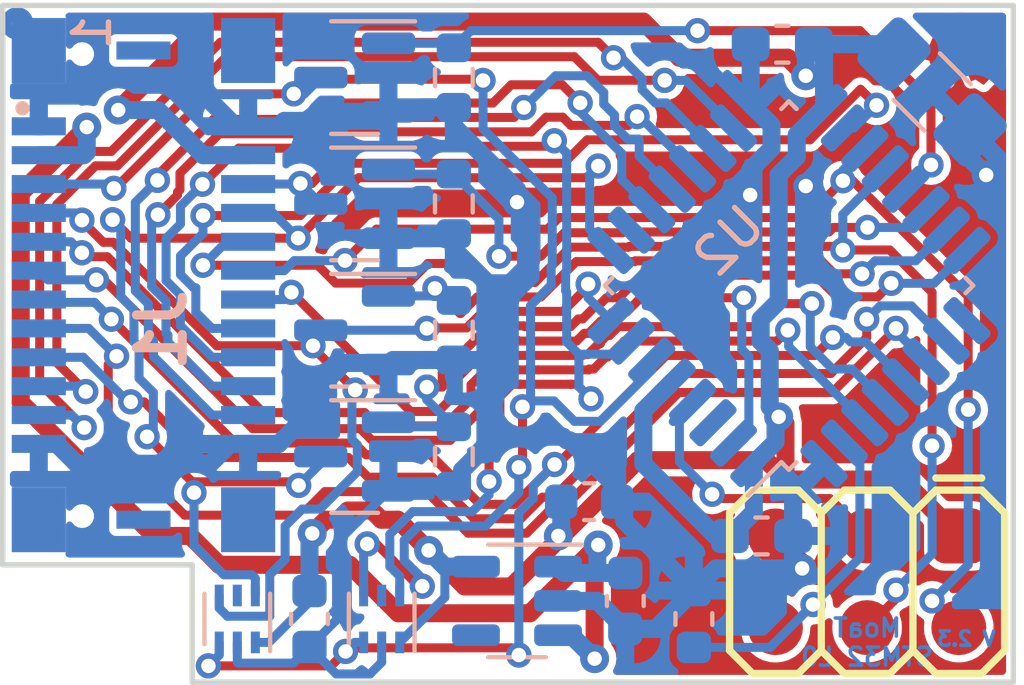
<source format=kicad_pcb>
(kicad_pcb (version 20220225) (generator pcbnew)
  (title_block (comment 4 "AISLER Project ID: HVBUVGTM"))
  (layers (0 "F.Cu" signal) (31 "B.Cu" signal) (34 "B.Paste" user) (35 "F.Paste" user) (36 "B.SilkS" user "B.Silkscreen") (37 "F.SilkS" user "F.Silkscreen") (38 "B.Mask" user) (39 "F.Mask" user) (44 "Edge.Cuts" user))
  (net 0 "")
  (net 1 "GND")
  (net 2 "/Bus1")
  (net 3 "+3V3")
  (net 4 "/T2")
  (net 5 "/T1")
  (net 6 "/EN")
  (net 7 "/1wire")
  (net 8 "/T3")
  (net 9 "/SW2")
  (net 10 "/SW1")
  (net 11 "+5V")
  (net 12 "/SDAx")
  (net 13 "/SCLx")
  (net 14 "/Rx")
  (net 15 "/Boot0")
  (net 16 "/Bus1_out")
  (net 17 "/Bus2")
  (net 18 "/Bus2_out")
  (net 19 "/Bus3")
  (net 20 "/Bus3_out")
  (net 21 "/Tx")
  (net 22 "/T4")
  (net 23 "/SW3")
  (net 25 "/Bus4")
  (net 26 "/SW4")
  (net 29 "/Bus4_out")
  (net 30 "/ena")
  (footprint "localstuff:2X3_PAD" (layer "F.Cu") (at 59.45 60.47 180)
    (fp_text reference "Prog1" hide)
    (fp_text value "PogoPad" hide)
  )
  (footprint "localstuff:OSHW Logo 2mm Cu" (layer "F.Cu") (at 62 45.7)
    (fp_text reference "G***" hide)
    (fp_text value "LOGO" hide)
  )
  (footprint "Capacitor_SMD:C_0603_1608Metric_Pad1.05x0.95mm_HandSolder" (layer "B.Cu") (at 56.525 59.2)
    (fp_text reference "C2" hide)
    (fp_text value "100nF" hide)
  )
  (footprint "localstuff:TE_1775013_plug" (layer "B.Cu") (at 39.4 52.25 90)
    (fp_text reference "J1")
    (fp_text value "Moat_Compute_24" hide)
  )
  (footprint "Resistor_SMD:R_0603_1608Metric" (layer "B.Cu") (at 54.65 61.5 90)
    (fp_text reference "R1" hide)
    (fp_text value "100k" hide)
  )
  (footprint "Capacitor_SMD:C_1206_3216Metric_Pad1.42x1.75mm_HandSolder" (layer "B.Cu") (at 61.25 46.9 -45)
    (fp_text reference "C3" hide)
    (fp_text value "10µF" hide)
  )
  (footprint "Package_QFP:LQFP-32_7x7mm_P0.8mm" (layer "B.Cu") (at 57.283616 52.262043 45)
    (fp_text reference "U2")
    (fp_text value "STM32L051K8Tx" hide)
  )
  (footprint "Capacitor_SMD:C_0603_1608Metric_Pad1.05x0.95mm_HandSolder" (layer "B.Cu") (at 57.1 45.575 180)
    (fp_text reference "C1" hide)
    (fp_text value "100nF")
  )
  (footprint "Capacitor_SMD:C_0603_1608Metric" (layer "B.Cu") (at 44 61.5 -90)
    (fp_text reference "C6" hide)
    (fp_text value "100nF" hide)
  )
  (footprint "Package_TO_SOT_SMD:SOT-23" (layer "B.Cu") (at 45.25 53.5 180)
    (fp_text reference "Q3" hide)
    (fp_text value "2N7002" hide)
  )
  (footprint "Package_TO_SOT_SMD:SOT-23" (layer "B.Cu") (at 45.25 46.5 180)
    (fp_text reference "Q1" hide)
    (fp_text value "2N7002")
  )
  (footprint "Resistor_SMD:R_0603_1608Metric" (layer "B.Cu") (at 48 50 -90)
    (fp_text reference "R3" hide)
    (fp_text value "1M" hide)
  )
  (footprint "Package_TO_SOT_SMD:SOT-23" (layer "B.Cu") (at 45.25 57 180)
    (fp_text reference "Q4" hide)
    (fp_text value "2N7002" hide)
  )
  (footprint "Package_TO_SOT_SMD:SOT-23" (layer "B.Cu") (at 45.25 50 180)
    (fp_text reference "Q2" hide)
    (fp_text value "2N7002" hide)
  )
  (footprint "Package_DFN_QFN:ST_UQFN-6L_1.5x1.7mm_Pitch0.5mm" (layer "B.Cu") (at 42 61.5 90)
    (fp_text reference "U4" hide)
    (fp_text value "LTC4311" hide)
  )
  (footprint "Package_TO_SOT_SMD:SOT-23-5" (layer "B.Cu") (at 49.75 61 180)
    (fp_text reference "U1" hide)
    (fp_text value "MIC5504" hide)
  )
  (footprint "Capacitor_SMD:C_0603_1608Metric" (layer "B.Cu") (at 51.75 58.25)
    (fp_text reference "C5" hide)
    (fp_text value "1µF" hide)
  )
  (footprint "Resistor_SMD:R_0603_1608Metric" (layer "B.Cu") (at 48 46.5 -90)
    (fp_text reference "R2" hide)
    (fp_text value "1M" hide)
  )
  (footprint "Capacitor_SMD:C_0603_1608Metric" (layer "B.Cu") (at 52.75 61 -90)
    (fp_text reference "C4" hide)
    (fp_text value "1µF" hide)
  )
  (footprint "Resistor_SMD:R_0603_1608Metric" (layer "B.Cu") (at 48 53.5 -90)
    (fp_text reference "R4" hide)
    (fp_text value "1M" hide)
  )
  (footprint "Resistor_SMD:R_0603_1608Metric" (layer "B.Cu") (at 48 57 -90)
    (fp_text reference "R5" hide)
    (fp_text value "1M" hide)
  )
  (footprint "Package_DFN_QFN:ST_UQFN-6L_1.5x1.7mm_Pitch0.5mm" (layer "B.Cu") (at 46 61.5 90)
    (fp_text reference "U3" hide)
    (fp_text value "LTC4311" hide)
  )
  (gr_line (start 35.5 44.5) (end 63.5 44.5) (stroke (width 0.15)) (layer "Edge.Cuts"))
  (gr_line (start 63.5 63.25) (end 40.75 63.25) (stroke (width 0.15)) (layer "Edge.Cuts"))
  (gr_line (start 35.5 44.5) (end 35.5 60) (stroke (width 0.15)) (layer "Edge.Cuts"))
  (gr_line (start 40.75 60) (end 35.5 60) (stroke (width 0.15)) (layer "Edge.Cuts"))
  (gr_line (start 63.5 44.5) (end 63.5 63.25) (stroke (width 0.15)) (layer "Edge.Cuts"))
  (gr_line (start 40.75 63.25) (end 40.75 60) (stroke (width 0.15)) (layer "Edge.Cuts"))
  (gr_text "V 2.3" (at 62.2 62.05) (layer "B.Cu") (effects (font (size 0.4 0.4) (thickness 0.1)) (justify mirror)))
  (gr_text "MoaT\nSTM32 L0" (at 59.45 62.15) (layer "B.Cu") (effects (font (size 0.5 0.5) (thickness 0.1)) (justify mirror)))
  (segment (start 57.749768 49.505347) (end 58 49.255115) (width 0.5) (layer "F.Cu") (net 1))
  (segment (start 56.208976 49.754024) (end 56.163797 49.799203) (width 0.5) (layer "F.Cu") (net 1))
  (segment (start 62 49.95) (end 62.75 49.2) (width 0.5) (layer "F.Cu") (net 1))
  (segment (start 57.501091 49.754024) (end 56.208976 49.754024) (width 0.5) (layer "F.Cu") (net 1))
  (segment (start 56.163797 49.799203) (end 49.900797 49.799203) (width 0.5) (layer "F.Cu") (net 1))
  (segment (start 58 49.255115) (end 58 48.95) (width 0.5) (layer "F.Cu") (net 1))
  (segment (start 57.65 60.1) (end 57.65 59.94) (width 0.5) (layer "F.Cu") (net 1))
  (segment (start 59.5 48.5) (end 60.95 49.95) (width 0.5) (layer "F.Cu") (net 1))
  (segment (start 58.45 48.5) (end 59.5 48.5) (width 0.5) (layer "F.Cu") (net 1))
  (segment (start 49.900797 49.799203) (end 49.75 49.95) (width 0.5) (layer "F.Cu") (net 1))
  (segment (start 58 48.95) (end 58.45 48.5) (width 0.5) (layer "F.Cu") (net 1))
  (segment (start 57.749768 49.505347) (end 57.501091 49.754024) (width 0.5) (layer "F.Cu") (net 1))
  (segment (start 57.65 59.94) (end 56.91 59.2) (width 0.5) (layer "F.Cu") (net 1))
  (segment (start 60.95 49.95) (end 62 49.95) (width 0.5) (layer "F.Cu") (net 1))
  (via (at 62.75 49.2) (size 0.8) (drill 0.4) (layers "F.Cu" "B.Cu") (net 1))
  (via (at 57.65 60.1) (size 0.8) (drill 0.4) (layers "F.Cu" "B.Cu") (net 1))
  (via (at 56.208976 49.754024) (size 0.7) (drill 0.4) (layers "F.Cu" "B.Cu") (net 1))
  (via (at 57.749768 49.505347) (size 0.7) (drill 0.4) (layers "F.Cu" "B.Cu") (net 1))
  (via (at 49.75 49.95) (size 0.8) (drill 0.4) (layers "F.Cu" "B.Cu") (net 1))
  (segment (start 49.999501 51.760455) (end 49.560455 52.199501) (width 0.5) (layer "B.Cu") (net 1))
  (segment (start 44.516334 54.846487) (end 44.95538 54.407441) (width 0.5) (layer "B.Cu") (net 1))
  (segment (start 36.5 47.85) (end 36.5 47) (width 0.5) (layer "B.Cu") (net 1))
  (segment (start 56.225 45.575) (end 56.225 47.243629) (width 0.5) (layer "B.Cu") (net 1))
  (segment (start 56.800509 48.466476) (end 56.208976 49.058009) (width 0.5) (layer "B.Cu") (net 1))
  (segment (start 46.1875 47.45) (end 45.9375 47.7) (width 0.5) (layer "B.Cu") (net 1))
  (segment (start 52.716492 58.778992) (end 52.716492 58.166492) (width 0.5) (layer "B.Cu") (net 1))
  (segment (start 44.74952 59.38798) (end 46.1875 57.95) (width 0.25) (layer "B.Cu") (net 1))
  (segment (start 36.5 47) (end 37.7 47) (width 0.5) (layer "B.Cu") (net 1))
  (segment (start 43.35 47.85) (end 42.3 47.85) (width 0.5) (layer "B.Cu") (net 1))
  (segment (start 55.2625 60.1) (end 54.65 60.7125) (width 0.5) (layer "B.Cu") (net 1))
  (segment (start 51.208968 56.549012) (end 51.124062 56.549011) (width 0.5) (layer "B.Cu") (net 1))
  (segment (start 44 62.275) (end 44.74952 61.52548) (width 0.25) (layer "B.Cu") (net 1))
  (segment (start 51.124062 56.549011) (end 51.02555 56.450499) (width 0.5) (layer "B.Cu") (net 1))
  (segment (start 57.4 58.050001) (end 58.255888 57.194113) (width 0.5) (layer "B.Cu") (net 1))
  (segment (start 42.024511 62.724511) (end 43.550489 62.724511) (width 0.25) (layer "B.Cu") (net 1))
  (segment (start 46.1875 54.45) (end 46.3125 54.325) (width 0.5) (layer "B.Cu") (net 1))
  (segment (start 48 51.259956) (end 48 51.009956) (width 0.5) (layer "B.Cu") (net 1))
  (segment (start 42 62.15) (end 42 62.7) (width 0.25) (layer "B.Cu") (net 1))
  (segment (start 48 54.325) (end 48.87404 54.325) (width 0.5) (layer "B.Cu") (net 1))
  (segment (start 48 47.325) (end 48 47.852151) (width 0.5) (layer "B.Cu") (net 1))
  (segment (start 56.311344 47.329973) (end 56.800509 47.819138) (width 0.5) (layer "B.Cu") (net 1))
  (segment (start 49.75 49.602151) (end 49.75 49.95) (width 0.5) (layer "B.Cu") (net 1))
  (segment (start 48.87452 54.32548) (end 48.87452 52.134476) (width 0.5) (layer "B.Cu") (net 1))
  (segment (start 44.741322 63.024501) (end 44 62.283179) (width 0.25) (layer "B.Cu") (net 1))
  (segment (start 62.301821 47.951821) (end 62.301821 48.751821) (width 0.5) (layer "B.Cu") (net 1))
  (segment (start 52.525 57.865044) (end 51.208968 56.549012) (width 0.5) (layer "B.Cu") (net 1))
  (segment (start 46.3125 57.825) (end 46.1875 57.95) (width 0.5) (layer "B.Cu") (net 1))
  (segment (start 40.600978 46.5) (end 41.950978 47.85) (width 0.5) (layer "B.Cu") (net 1))
  (segment (start 62.301821 48.751821) (end 62.75 49.2) (width 0.5) (layer "B.Cu") (net 1))
  (segment (start 49.198541 56.450499) (end 48.87452 56.77452) (width 0.5) (layer "B.Cu") (net 1))
  (segment (start 46.3125 47.325) (end 46.1875 47.45) (width 0.5) (layer "B.Cu") (net 1))
  (segment (start 50.8875 61) (end 51.975 61) (width 0.5) (layer "B.Cu") (net 1))
  (segment (start 56.208976 49.058009) (end 56.208976 49.754024) (width 0.5) (layer "B.Cu") (net 1))
  (segment (start 45.675499 63.024501) (end 44.741322 63.024501) (width 0.25) (layer "B.Cu") (net 1))
  (segment (start 47.875 50.95) (end 48 50.825) (width 0.5) (layer "B.Cu") (net 1))
  (segment (start 51.02555 56.450499) (end 49.198541 56.450499) (width 0.5) (layer "B.Cu") (net 1))
  (segment (start 49.999501 50.199501) (end 49.75 49.95) (width 0.5) (layer "B.Cu") (net 1))
  (segment (start 46 62.7) (end 45.675499 63.024501) (width 0.25) (layer "B.Cu") (net 1))
  (segment (start 45.57629 54.407441) (end 45.618849 54.45) (width 0.5) (layer "B.Cu") (net 1))
  (segment (start 46.1875 50.95) (end 47.875 50.95) (width 0.5) (layer "B.Cu") (net 1))
  (segment (start 45.9375 47.7) (end 43.3 47.7) (width 0.5) (layer "B.Cu") (net 1))
  (segment (start 43.147862 56.65) (end 44.516334 55.281528) (width 0.5) (layer "B.Cu") (net 1))
  (segment (start 48.226058 57.598942) (end 48.226058 57.380928) (width 0.5) (layer "B.Cu") (net 1))
  (segment (start 44.516334 55.281528) (end 44.516334 54.846487) (width 0.5) (layer "B.Cu") (net 1))
  (segment (start 42 62.7) (end 42.024511 62.724511) (width 0.25) (layer "B.Cu") (net 1))
  (segment (start 48.226058 57.380928) (end 48.665104 56.941882) (width 0.5) (layer "B.Cu") (net 1))
  (segment (start 52.75 61.775) (end 53.5875 61.775) (width 0.5) (layer "B.Cu") (net 1))
  (segment (start 52.525 58.25) (end 52.525 57.865044) (width 0.5) (layer "B.Cu") (net 1))
  (segment (start 57.65 60.1) (end 55.2625 60.1) (width 0.5) (layer "B.Cu") (net 1))
  (segment (start 49.999501 51.760455) (end 49.999501 50.199501) (width 0.5) (layer "B.Cu") (net 1))
  (segment (start 48 51.009956) (end 48 50.825) (width 0.5) (layer "B.Cu") (net 1))
  (segment (start 54.65 60.7125) (end 52.716492 58.778992) (width 0.5) (layer "B.Cu") (net 1))
  (segment (start 44.95538 54.407441) (end 45.57629 54.407441) (width 0.5) (layer "B.Cu") (net 1))
  (segment (start 51.975 61) (end 52.75 61.775) (width 0.5) (layer "B.Cu") (net 1))
  (segment (start 56.800509 47.819138) (end 56.800509 48.466476) (width 0.5) (layer "B.Cu") (net 1))
  (segment (start 48.87404 54.325) (end 48.87452 54.32548) (width 0.5) (layer "B.Cu") (net 1))
  (segment (start 48 47.852151) (end 49.75 49.602151) (width 0.5) (layer "B.Cu") (net 1))
  (segment (start 49.560455 52.199501) (end 48.939545 52.199501) (width 0.5) (layer "B.Cu") (net 1))
  (segment (start 43.550489 62.724511) (end 44 62.275) (width 0.25) (layer "B.Cu") (net 1))
  (segment (start 48.87452 52.134476) (end 48 51.259956) (width 0.5) (layer "B.Cu") (net 1))
  (segment (start 46 62.15) (end 46 62.7) (width 0.25) (layer "B.Cu") (net 1))
  (segment (start 48.939545 52.199501) (end 48 51.259956) (width 0.5) (layer "B.Cu") (net 1))
  (segment (start 48 57.825) (end 46.3125 57.825) (width 0.5) (layer "B.Cu") (net 1))
  (segment (start 48 57.825) (end 48.226058 57.598942) (width 0.5) (layer "B.Cu") (net 1))
  (segment (start 44.74952 61.52548) (end 44.74952 59.38798) (width 0.25) (layer "B.Cu") (net 1))
  (segment (start 43.3 47.7) (end 43.15 47.85) (width 0.5) (layer "B.Cu") (net 1))
  (segment (start 56.225 47.243629) (end 56.311344 47.329973) (width 0.5) (layer "B.Cu") (net 1))
  (segment (start 42.3 56.65) (end 43.147862 56.65) (width 0.5) (layer "B.Cu") (net 1))
  (segment (start 37.55 57.2) (end 41.25 57.2) (width 0.5) (layer "B.Cu") (net 1))
  (segment (start 37 56.65) (end 37.55 57.2) (width 0.5) (layer "B.Cu") (net 1))
  (segment (start 41.25 57.2) (end 41.8 56.65) (width 0.5) (layer "B.Cu") (net 1))
  (segment (start 37.7 47) (end 38.2 46.5) (width 0.5) (layer "B.Cu") (net 1))
  (segment (start 38.2 46.5) (end 40.600978 46.5) (width 0.5) (layer "B.Cu") (net 1))
  (segment (start 48.87452 56.941882) (end 48.87452 54.32548) (width 0.5) (layer "B.Cu") (net 1))
  (segment (start 46.3125 54.325) (end 48 54.325) (width 0.5) (layer "B.Cu") (net 1))
  (segment (start 53.5875 61.775) (end 54.65 60.7125) (width 0.5) (layer "B.Cu") (net 1))
  (segment (start 57.4 59.85) (end 57.65 60.1) (width 0.5) (layer "B.Cu") (net 1))
  (segment (start 57.4 59.2) (end 57.4 58.050001) (width 0.5) (layer "B.Cu") (net 1))
  (segment (start 45.618849 54.45) (end 46.1875 54.45) (width 0.5) (layer "B.Cu") (net 1))
  (segment (start 48 47.325) (end 46.3125 47.325) (width 0.5) (layer "B.Cu") (net 1))
  (segment (start 44 62.283179) (end 44 62.275) (width 0.25) (layer "B.Cu") (net 1))
  (segment (start 57.4 59.2) (end 57.4 59.85) (width 0.5) (layer "B.Cu") (net 1))
  (segment (start 41.950978 47.85) (end 42.3 47.85) (width 0.5) (layer "B.Cu") (net 1))
  (segment (start 48.665104 56.941882) (end 48.87452 56.941882) (width 0.5) (layer "B.Cu") (net 1))
  (segment (start 49.901978 57.198022) (end 49.901978 55.622552) (width 0.25) (layer "F.Cu") (net 2))
  (segment (start 45.854866 59.421699) (end 45.598979 59.421699) (width 0.25) (layer "F.Cu") (net 2))
  (segment (start 38.613967 49.56991) (end 38.579538 49.56991) (width 0.25) (layer "F.Cu") (net 2))
  (segment (start 43.967584 46.546633) (end 48.775878 46.546633) (width 0.25) (layer "F.Cu") (net 2))
  (segment (start 48.775878 46.546633) (end 48.809347 46.580102) (width 0.25) (layer "F.Cu") (net 2))
  (segment (start 43.563717 46.9505) (end 43.967584 46.546633) (width 0.25) (layer "F.Cu") (net 2))
  (segment (start 47.1255 60.592167) (end 47.025334 60.592167) (width 0.25) (layer "F.Cu") (net 2))
  (segment (start 43.563717 46.9505) (end 41.233377 46.9505) (width 0.25) (layer "F.Cu") (net 2))
  (segment (start 47.025334 60.592167) (end 45.854866 59.421699) (width 0.25) (layer "F.Cu") (net 2))
  (segment (start 49.8 57.3) (end 49.901978 57.198022) (width 0.25) (layer "F.Cu") (net 2))
  (segment (start 41.233377 46.9505) (end 38.613967 49.56991) (width 0.25) (layer "F.Cu") (net 2))
  (via (at 49.901978 55.622552) (size 0.7) (drill 0.4) (layers "F.Cu" "B.Cu") (net 2))
  (via (at 38.579538 49.56991) (size 0.7) (drill 0.4) (layers "F.Cu" "B.Cu") (net 2))
  (via (at 49.8 57.3) (size 0.7) (drill 0.4) (layers "F.Cu" "B.Cu") (net 2))
  (via (at 43.563717 46.9505) (size 0.7) (drill 0.4) (layers "F.Cu" "B.Cu") (net 2))
  (via (at 48.809347 46.580102) (size 0.7) (drill 0.4) (layers "F.Cu" "B.Cu") (net 2))
  (via (at 47.1255 60.592167) (size 0.7) (drill 0.4) (layers "F.Cu" "B.Cu") (net 2))
  (via (at 45.598979 59.421699) (size 0.7) (drill 0.4) (layers "F.Cu" "B.Cu") (net 2))
  (segment (start 50.775499 55.458678) (end 50.125499 55.458678) (width 0.25) (layer "B.Cu") (net 2))
  (segment (start 52.058678 56.024501) (end 51.341322 56.024501) (width 0.25) (layer "B.Cu") (net 2))
  (segment (start 49.8 57.3) (end 49.8 58) (width 0.25) (layer "B.Cu") (net 2))
  (segment (start 53.482917 54.600262) (end 52.058678 56.024501) (width 0.25) (layer "B.Cu") (net 2))
  (segment (start 53.482917 54.365686) (end 53.482917 54.600262) (width 0.25) (layer "B.Cu") (net 2))
  (segment (start 47.020611 58.925499) (end 46.625499 59.320611) (width 0.25) (layer "B.Cu") (net 2))
  (segment (start 49.8 58) (end 48.874501 58.925499) (width 0.25) (layer "B.Cu") (net 2))
  (segment (start 50.125499 55.458678) (end 50.065852 55.458678) (width 0.25) (layer "B.Cu") (net 2))
  (segment (start 48.874501 58.925499) (end 47.020611 58.925499) (width 0.25) (layer "B.Cu") (net 2))
  (segment (start 51.341322 56.024501) (end 50.775499 55.458678) (width 0.25) (layer "B.Cu") (net 2))
  (segment (start 50.125499 52.815759) (end 50.697727 52.243531) (width 0.25) (layer "B.Cu") (net 2))
  (segment (start 43.862 46.9505) (end 43.563717 46.9505) (width 0.25) (layer "B.Cu") (net 2))
  (segment (start 50.697727 52.243531) (end 50.697727 51.726175) (width 0.25) (layer "B.Cu") (net 2))
  (segment (start 44.3125 46.5) (end 43.862 46.9505) (width 0.25) (layer "B.Cu") (net 2))
  (segment (start 47.1255 60.37939) (end 47.1255 60.592167) (width 0.25) (layer "B.Cu") (net 2))
  (segment (start 50.725989 49.83637) (end 48.809347 47.919728) (width 0.25) (layer "B.Cu") (net 2))
  (segment (start 48.809347 47.919728) (end 48.809347 46.580102) (width 0.25) (layer "B.Cu") (net 2))
  (segment (start 46.625499 59.879389) (end 47.1255 60.37939) (width 0.25) (layer "B.Cu") (net 2))
  (segment (start 45.5 59.520678) (end 45.598979 59.421699) (width 0.25) (layer "B.Cu") (net 2))
  (segment (start 50.697727 51.726175) (end 50.725988 51.697915) (width 0.25) (layer "B.Cu") (net 2))
  (segment (start 50.065852 55.458678) (end 49.901978 55.622552) (width 0.25) (layer "B.Cu") (net 2))
  (segment (start 50.725988 51.697915) (end 50.725989 49.83637) (width 0.25) (layer "B.Cu") (net 2))
  (segment (start 38.459628 49.45) (end 38.579538 49.56991) (width 0.25) (layer "B.Cu") (net 2))
  (segment (start 36.5 49.45) (end 38.459628 49.45) (width 0.25) (layer "B.Cu") (net 2))
  (segment (start 50.125499 55.458678) (end 50.125499 52.815759) (width 0.25) (layer "B.Cu") (net 2))
  (segment (start 46.625499 59.320611) (end 46.625499 59.879389) (width 0.25) (layer "B.Cu") (net 2))
  (segment (start 45.5 60.85) (end 45.5 59.520678) (width 0.25) (layer "B.Cu") (net 2))
  (segment (start 45.732626 58.496055) (end 45.732573 58.496002) (width 0.5) (layer "F.Cu") (net 3))
  (segment (start 60.427978 57.637978) (end 57.187978 57.637978) (width 0.5) (layer "F.Cu") (net 3))
  (segment (start 47.3 59.6) (end 46.450499 58.750499) (width 0.5) (layer "F.Cu") (net 3))
  (segment (start 45.106666 58.500999) (end 45.055026 58.500999) (width 0.5) (layer "F.Cu") (net 3))
  (segment (start 56.65 57.1) (end 53.099973 57.1) (width 0.5) (layer "F.Cu") (net 3))
  (segment (start 44.45451 58.750499) (end 44.07502 59.129989) (width 0.5) (layer "F.Cu") (net 3))
  (segment (start 61.99 59.2) (end 60.427978 57.637978) (width 0.5) (layer "F.Cu") (net 3))
  (segment (start 53.25 44.95) (end 41.15 44.95) (width 0.5) (layer "F.Cu") (net 3))
  (segment (start 48.3 60.6) (end 47.3 59.6) (width 0.5) (layer "F.Cu") (net 3))
  (segment (start 54.25 45.95) (end 53.25 44.95) (width 0.5) (layer "F.Cu") (net 3))
  (segment (start 53.099973 57.1) (end 49.599973 60.6) (width 0.5) (layer "F.Cu") (net 3))
  (segment (start 41.15 44.95) (end 38.7 47.4) (width 0.5) (layer "F.Cu") (net 3))
  (segment (start 57.75 46.45) (end 57.25 45.95) (width 0.5) (layer "F.Cu") (net 3))
  (segment (start 49.599973 60.6) (end 48.3 60.6) (width 0.5) (layer "F.Cu") (net 3))
  (segment (start 44.805526 58.750499) (end 44.45451 58.750499) (width 0.5) (layer "F.Cu") (net 3))
  (segment (start 57.187978 57.637978) (end 57.187978 56.087978) (width 0.5) (layer "F.Cu") (net 3))
  (segment (start 46.450499 58.750499) (end 45.987736 58.750499) (width 0.5) (layer "F.Cu") (net 3))
  (segment (start 45.111663 58.496002) (end 45.106666 58.500999) (width 0.5) (layer "F.Cu") (net 3))
  (segment (start 45.733292 58.496055) (end 45.732626 58.496055) (width 0.5) (layer "F.Cu") (net 3))
  (segment (start 45.987736 58.750499) (end 45.733292 58.496055) (width 0.5) (layer "F.Cu") (net 3))
  (segment (start 57.187978 57.637978) (end 56.65 57.1) (width 0.5) (layer "F.Cu") (net 3))
  (segment (start 45.055026 58.500999) (end 44.805526 58.750499) (width 0.5) (layer "F.Cu") (net 3))
  (segment (start 57.187978 56.087978) (end 57 55.9) (width 0.5) (layer "F.Cu") (net 3))
  (segment (start 45.732573 58.496002) (end 45.111663 58.496002) (width 0.5) (layer "F.Cu") (net 3))
  (segment (start 57.25 45.95) (end 54.25 45.95) (width 0.5) (layer "F.Cu") (net 3))
  (via (at 57 55.9) (size 0.8) (drill 0.4) (layers "F.Cu" "B.Cu") (net 3))
  (via (at 57.75 46.45) (size 0.8) (drill 0.4) (layers "F.Cu" "B.Cu") (net 3))
  (via (at 38.7 47.4) (size 0.8) (drill 0.4) (layers "F.Cu" "B.Cu") (net 3))
  (via (at 44.07502 59.129989) (size 0.8) (drill 0.4) (layers "F.Cu" "B.Cu") (net 3))
  (via (at 50.894971 59.2005) (size 0.8) (drill 0.4) (layers "F.Cu" "B.Cu") (net 3))
  (via (at 47.3 59.6) (size 0.8) (drill 0.4) (layers "F.Cu" "B.Cu") (net 3))
  (segment (start 56.751498 54.06181) (end 56.501498 53.81181) (width 0.5) (layer "B.Cu") (net 3))
  (segment (start 44 60.725) (end 44 59.205009) (width 0.5) (layer "B.Cu") (net 3))
  (segment (start 56.501498 53.1909) (end 57.000267 52.692131) (width 0.5) (layer "B.Cu") (net 3))
  (segment (start 42.875 62.15) (end 44 61.025) (width 0.25) (layer "B.Cu") (net 3))
  (segment (start 50.975 59.120471) (end 50.894971 59.2005) (width 0.5) (layer "B.Cu") (net 3))
  (segment (start 41.05 48.65) (end 39.8 47.4) (width 0.5) (layer "B.Cu") (net 3))
  (segment (start 59.925 45.575) (end 60.198179 45.848179) (width 0.5) (layer "B.Cu") (net 3))
  (segment (start 44 59.205009) (end 44.07502 59.129989) (width 0.5) (layer "B.Cu") (net 3))
  (segment (start 56.501498 53.81181) (end 56.501498 53.1909) (width 0.5) (layer "B.Cu") (net 3))
  (segment (start 53.25 57.2) (end 53.25 55.729973) (width 0.5) (layer "B.Cu") (net 3))
  (segment (start 58.255888 45.855888) (end 57.975 45.575) (width 0.5) (layer "B.Cu") (net 3))
  (segment (start 56.311344 57.194113) (end 56.912383 56.593074) (width 0.5) (layer "B.Cu") (net 3))
  (segment (start 47.75 60.05) (end 47.3 59.6) (width 0.5) (layer "B.Cu") (net 3))
  (segment (start 56.311344 57.194113) (end 56.311344 58.538656) (width 0.5) (layer "B.Cu") (net 3))
  (segment (start 57.5 48.085861) (end 57.5 48.695159) (width 0.5) (layer "B.Cu") (net 3))
  (segment (start 53.25 55.729973) (end 54.048602 54.931371) (width 0.5) (layer "B.Cu") (net 3))
  (segment (start 56.912383 56.593074) (end 56.912383 55.787617) (width 0.5) (layer "B.Cu") (net 3))
  (segment (start 50.975 58.25) (end 50.975 59.120471) (width 0.5) (layer "B.Cu") (net 3))
  (segment (start 56.311344 58.538656) (end 55.65 59.2) (width 0.5) (layer "B.Cu") (net 3))
  (segment (start 56.912383 55.787617) (end 56.751498 55.626732) (width 0.5) (layer "B.Cu") (net 3))
  (segment (start 56.751498 55.626732) (end 56.751498 54.06181) (width 0.5) (layer "B.Cu") (net 3))
  (segment (start 46.5 62.15) (end 47.75 60.9) (width 0.25) (layer "B.Cu") (net 3))
  (segment (start 58.255888 47.329973) (end 58.255888 45.855888) (width 0.5) (layer "B.Cu") (net 3))
  (segment (start 42.5 62.15) (end 42.875 62.15) (width 0.25) (layer "B.Cu") (net 3))
  (segment (start 48.6125 60.05) (end 47.75 60.05) (width 0.5) (layer "B.Cu") (net 3))
  (segment (start 57.5 48.695159) (end 57.000267 49.194892) (width 0.5) (layer "B.Cu") (net 3))
  (segment (start 56.912383 55.787617) (end 57 55.875234) (width 0.5) (layer "B.Cu") (net 3))
  (segment (start 44 61.025) (end 44 60.725) (width 0.25) (layer "B.Cu") (net 3))
  (segment (start 57.000267 52.692131) (end 57.000267 51.889777) (width 0.5) (layer "B.Cu") (net 3))
  (segment (start 57.75 45.8) (end 57.975 45.575) (width 0.5) (layer "B.Cu") (net 3))
  (segment (start 57.975 45.575) (end 59.925 45.575) (width 0.5) (layer "B.Cu") (net 3))
  (segment (start 58.255888 47.329973) (end 57.5 48.085861) (width 0.5) (layer "B.Cu") (net 3))
  (segment (start 55.65 59.2) (end 55.25 59.2) (width 0.5) (layer "B.Cu") (net 3))
  (segment (start 57 55.875234) (end 57 55.9) (width 0.5) (layer "B.Cu") (net 3))
  (segment (start 57.75 46.45) (end 57.75 45.8) (width 0.5) (layer "B.Cu") (net 3))
  (segment (start 42.3 48.65) (end 41.05 48.65) (width 0.5) (layer "B.Cu") (net 3))
  (segment (start 47.75 60.9) (end 47.75 60.05) (width 0.25) (layer "B.Cu") (net 3))
  (segment (start 55.25 59.2) (end 53.25 57.2) (width 0.5) (layer "B.Cu") (net 3))
  (segment (start 57.000267 49.194892) (end 57.000267 51.889777) (width 0.5) (layer "B.Cu") (net 3))
  (segment (start 39.8 47.4) (end 38.7 47.4) (width 0.5) (layer "B.Cu") (net 3))
  (segment (start 44.766897 47.604113) (end 44.313595 48.057415) (width 0.25) (layer "F.Cu") (net 4))
  (segment (start 49.93965 47.328997) (end 49.664534 47.604113) (width 0.25) (layer "F.Cu") (net 4))
  (segment (start 49.664534 47.604113) (end 44.766897 47.604113) (width 0.25) (layer "F.Cu") (net 4))
  (segment (start 40.342698 49.674435) (end 40.342698 49.757302) (width 0.25) (layer "F.Cu") (net 4))
  (segment (start 41.502561 48.057415) (end 40.410867 49.149109) (width 0.25) (layer "F.Cu") (net 4))
  (segment (start 40.342698 49.757302) (end 39.8 50.3) (width 0.25) (layer "F.Cu") (net 4))
  (segment (start 44.313595 48.057415) (end 41.502561 48.057415) (width 0.25) (layer "F.Cu") (net 4))
  (segment (start 40.410867 49.149109) (end 40.410867 49.606266) (width 0.25) (layer "F.Cu") (net 4))
  (segment (start 40.410867 49.606266) (end 40.342698 49.674435) (width 0.25) (layer "F.Cu") (net 4))
  (via (at 39.8 50.3) (size 0.7) (drill 0.4) (layers "F.Cu" "B.Cu") (net 4))
  (via (at 49.93965 47.328997) (size 0.7) (drill 0.4) (layers "F.Cu" "B.Cu") (net 4))
  (segment (start 53.135801 48.679914) (end 53.135801 48.219049) (width 0.25) (layer "B.Cu") (net 4))
  (segment (start 39.626977 50.473023) (end 39.8 50.3) (width 0.25) (layer "B.Cu") (net 4))
  (segment (start 52.818222 48.205103) (end 52.452399 47.83928) (width 0.25) (layer "B.Cu") (net 4))
  (segment (start 52.452399 47.83928) (end 52.452399 47.535647) (width 0.25) (layer "B.Cu") (net 4))
  (segment (start 51.689727 46.45) (end 50.818647 46.45) (width 0.25) (layer "B.Cu") (net 4))
  (segment (start 40.024011 52.686679) (end 39.626977 52.289643) (width 0.25) (layer "B.Cu") (net 4))
  (segment (start 52.152776 46.913049) (end 51.689727 46.45) (width 0.25) (layer "B.Cu") (net 4))
  (segment (start 41.3 55.05) (end 40.077266 53.827266) (width 0.25) (layer "B.Cu") (net 4))
  (segment (start 54.048602 49.592715) (end 53.135801 48.679914) (width 0.25) (layer "B.Cu") (net 4))
  (segment (start 42.3 55.05) (end 41.3 55.05) (width 0.25) (layer "B.Cu") (net 4))
  (segment (start 52.152776 47.236024) (end 52.152776 46.913049) (width 0.25) (layer "B.Cu") (net 4))
  (segment (start 40.024011 53.577666) (end 40.024011 52.686679) (width 0.25) (layer "B.Cu") (net 4))
  (segment (start 50.818647 46.45) (end 49.93965 47.328997) (width 0.25) (layer "B.Cu") (net 4))
  (segment (start 40.077265 53.63092) (end 40.024011 53.577666) (width 0.25) (layer "B.Cu") (net 4))
  (segment (start 52.452399 47.535647) (end 52.152776 47.236024) (width 0.25) (layer "B.Cu") (net 4))
  (segment (start 39.626977 52.289643) (end 39.626977 50.473023) (width 0.25) (layer "B.Cu") (net 4))
  (segment (start 40.077266 53.827266) (end 40.077265 53.63092) (width 0.25) (layer "B.Cu") (net 4))
  (segment (start 53.121855 48.205103) (end 52.818222 48.205103) (width 0.25) (layer "B.Cu") (net 4))
  (segment (start 53.135801 48.219049) (end 53.121855 48.205103) (width 0.25) (layer "B.Cu") (net 4))
  (segment (start 39.866525 49.128455) (end 39.811993 49.128454) (width 0.25) (layer "F.Cu") (net 5))
  (segment (start 51.499999 47.200001) (end 50.999998 46.7) (width 0.25) (layer "F.Cu") (net 5))
  (segment (start 50.999998 46.7) (end 49.58814 46.7) (width 0.25) (layer "F.Cu") (net 5))
  (segment (start 39.811993 49.128454) (end 39.786366 49.154081) (width 0.25) (layer "F.Cu") (net 5))
  (segment (start 49.58814 46.7) (end 49.083537 47.204603) (width 0.25) (layer "F.Cu") (net 5))
  (segment (start 41.337077 47.657905) (end 39.866525 49.128455) (width 0.25) (layer "F.Cu") (net 5))
  (segment (start 44.283229 47.204603) (end 43.829928 47.657904) (width 0.25) (layer "F.Cu") (net 5))
  (segment (start 39.786366 49.154081) (end 39.786366 49.347588) (width 0.25) (layer "F.Cu") (net 5))
  (segment (start 43.829928 47.657904) (end 41.337077 47.657905) (width 0.25) (layer "F.Cu") (net 5))
  (segment (start 49.083537 47.204603) (end 44.283229 47.204603) (width 0.25) (layer "F.Cu") (net 5))
  (via (at 51.499999 47.200001) (size 0.7) (drill 0.4) (layers "F.Cu" "B.Cu") (net 5))
  (via (at 39.786366 49.347588) (size 0.7) (drill 0.4) (layers "F.Cu" "B.Cu") (net 5))
  (segment (start 51.499999 47.451874) (end 51.499999 47.200001) (width 0.25) (layer "B.Cu") (net 5))
  (segment (start 53.482917 50.1584) (end 52.652738 49.328221) (width 0.25) (layer "B.Cu") (net 5))
  (segment (start 52.652738 48.604613) (end 51.499999 47.451874) (width 0.25) (layer "B.Cu") (net 5))
  (segment (start 39.175499 52.41097) (end 39.175499 49.958455) (width 0.25) (layer "B.Cu") (net 5))
  (segment (start 39.677755 53.796404) (end 39.535724 53.654373) (width 0.25) (layer "B.Cu") (net 5))
  (segment (start 39.677756 54.227756) (end 39.677755 53.796404) (width 0.25) (layer "B.Cu") (net 5))
  (segment (start 39.535724 52.771195) (end 39.175499 52.41097) (width 0.25) (layer "B.Cu") (net 5))
  (segment (start 39.535724 53.654373) (end 39.535724 52.771195) (width 0.25) (layer "B.Cu") (net 5))
  (segment (start 39.175499 49.958455) (end 39.786366 49.347588) (width 0.25) (layer "B.Cu") (net 5))
  (segment (start 41.3 55.85) (end 39.677756 54.227756) (width 0.25) (layer "B.Cu") (net 5))
  (segment (start 52.652738 49.328221) (end 52.652738 48.604613) (width 0.25) (layer "B.Cu") (net 5))
  (segment (start 42.3 55.85) (end 41.3 55.85) (width 0.25) (layer "B.Cu") (net 5))
  (segment (start 58.413489 58.163489) (end 55.273443 58.163489) (width 0.25) (layer "F.Cu") (net 6))
  (segment (start 59.45 59.2) (end 58.413489 58.163489) (width 0.25) (layer "F.Cu") (net 6))
  (segment (start 55.273443 58.163489) (end 55.154977 58.045023) (width 0.25) (layer "F.Cu") (net 6))
  (via (at 55.154977 58.045023) (size 0.7) (drill 0.4) (layers "F.Cu" "B.Cu") (net 6))
  (segment (start 54.080127 56.031218) (end 54.614288 55.497057) (width 0.25) (layer "B.Cu") (net 6))
  (segment (start 54.250125 55.86122) (end 54.250125 57.140171) (width 0.25) (layer "B.Cu") (net 6))
  (segment (start 54.250125 57.140171) (end 55.154977 58.045023) (width 0.25) (layer "B.Cu") (net 6))
  (segment (start 49.791272 53.799511) (end 50.122238 53.79951) (width 0.25) (layer "F.Cu") (net 7))
  (segment (start 48.076966 55.243046) (end 48.076967 54.844871) (width 0.25) (layer "F.Cu") (net 7))
  (segment (start 51.612968 53.58657) (end 51.663723 53.58657) (width 0.25) (layer "F.Cu") (net 7))
  (segment (start 50.334727 53.799511) (end 51.400029 53.79951) (width 0.25) (layer "F.Cu") (net 7))
  (segment (start 52.391476 53.001468) (end 52.779883 53.001468) (width 0.25) (layer "F.Cu") (net 7))
  (segment (start 47.568546 55.751466) (end 48.076966 55.243046) (width 0.25) (layer "F.Cu") (net 7))
  (segment (start 48.076967 54.844871) (end 48.076969 54.84487) (width 0.25) (layer "F.Cu") (net 7))
  (segment (start 52.779883 53.001468) (end 53.180282 52.601069) (width 0.25) (layer "F.Cu") (net 7))
  (segment (start 51.733438 53.586572) (end 51.733442 53.58657) (width 0.25) (layer "F.Cu") (net 7))
  (segment (start 50.122238 53.79951) (end 50.334727 53.799511) (width 0.25) (layer "F.Cu") (net 7))
  (segment (start 48.076969 54.84487) (end 48.310996 54.610843) (width 0.25) (layer "F.Cu") (net 7))
  (segment (start 46.801466 55.751466) (end 47.568546 55.751466) (width 0.25) (layer "F.Cu") (net 7))
  (segment (start 48.310996 54.610843) (end 49.144875 53.776967) (width 0.25) (layer "F.Cu") (net 7))
  (segment (start 49.768727 53.776967) (end 49.791272 53.799511) (width 0.25) (layer "F.Cu") (net 7))
  (segment (start 51.400029 53.79951) (end 51.612968 53.58657) (width 0.25) (layer "F.Cu") (net 7))
  (segment (start 51.733442 53.58657) (end 52.072968 53.247045) (width 0.25) (layer "F.Cu") (net 7))
  (segment (start 52.1459 53.247044) (end 52.391476 53.001468) (width 0.25) (layer "F.Cu") (net 7))
  (segment (start 51.663723 53.58657) (end 51.733438 53.586572) (width 0.25) (layer "F.Cu") (net 7))
  (segment (start 43.5 52.45) (end 46.801466 55.751466) (width 0.25) (layer "F.Cu") (net 7))
  (segment (start 49.144875 53.776967) (end 49.768727 53.776967) (width 0.25) (layer "F.Cu") (net 7))
  (segment (start 53.180282 52.601069) (end 56.031375 52.601069) (width 0.25) (layer "F.Cu") (net 7))
  (segment (start 52.072968 53.247045) (end 52.1459 53.247044) (width 0.25) (layer "F.Cu") (net 7))
  (via (at 56.031375 52.601069) (size 0.7) (drill 0.4) (layers "F.Cu" "B.Cu") (net 7))
  (via (at 43.5 52.45) (size 0.7) (drill 0.4) (layers "F.Cu" "B.Cu") (net 7))
  (segment (start 56.172979 54.225061) (end 55.976987 54.029069) (width 0.25) (layer "B.Cu") (net 7))
  (segment (start 43.3 52.65) (end 43.5 52.45) (width 0.25) (layer "B.Cu") (net 7))
  (segment (start 56.172979 56.201107) (end 56.172979 54.225061) (width 0.25) (layer "B.Cu") (net 7))
  (segment (start 42.3 52.65) (end 43.3 52.65) (width 0.25) (layer "B.Cu") (net 7))
  (segment (start 55.976987 54.029069) (end 55.976987 52.655457) (width 0.25) (layer "B.Cu") (net 7))
  (segment (start 55.745659 56.628427) (end 56.172979 56.201107) (width 0.25) (layer "B.Cu") (net 7))
  (segment (start 55.976987 52.655457) (end 56.031375 52.601069) (width 0.25) (layer "B.Cu") (net 7))
  (segment (start 44.479076 48.456926) (end 42.033693 48.456926) (width 0.25) (layer "F.Cu") (net 8))
  (segment (start 42.033693 48.456926) (end 41.035367 49.455252) (width 0.25) (layer "F.Cu") (net 8))
  (segment (start 51.014724 47.597905) (end 50.55392 47.597905) (width 0.25) (layer "F.Cu") (net 8))
  (segment (start 53.0769 47.580602) (end 52.833001 47.824501) (width 0.25) (layer "F.Cu") (net 8))
  (segment (start 44.932379 48.003624) (end 44.479076 48.456926) (width 0.25) (layer "F.Cu") (net 8))
  (segment (start 50.148201 48.003624) (end 44.932379 48.003624) (width 0.25) (layer "F.Cu") (net 8))
  (segment (start 52.833001 47.824501) (end 51.24132 47.824501) (width 0.25) (layer "F.Cu") (net 8))
  (segment (start 50.55392 47.597905) (end 50.148201 48.003624) (width 0.25) (layer "F.Cu") (net 8))
  (segment (start 51.24132 47.824501) (end 51.014724 47.597905) (width 0.25) (layer "F.Cu") (net 8))
  (via (at 41.035367 49.455252) (size 0.7) (drill 0.4) (layers "F.Cu" "B.Cu") (net 8))
  (via (at 53.0769 47.580602) (size 0.7) (drill 0.4) (layers "F.Cu" "B.Cu") (net 8))
  (segment (start 40.424501 50.066118) (end 41.035367 49.455252) (width 0.25) (layer "B.Cu") (net 8))
  (segment (start 40.423521 52.521196) (end 40.026487 52.124162) (width 0.25) (layer "B.Cu") (net 8))
  (segment (start 41.3 54.25) (end 40.423521 53.373521) (width 0.25) (layer "B.Cu") (net 8))
  (segment (start 40.423521 53.373521) (end 40.423521 52.521196) (width 0.25) (layer "B.Cu") (net 8))
  (segment (start 40.424501 50.558678) (end 40.424501 50.066118) (width 0.25) (layer "B.Cu") (net 8))
  (segment (start 40.026487 50.956692) (end 40.424501 50.558678) (width 0.25) (layer "B.Cu") (net 8))
  (segment (start 53.534125 47.966851) (end 53.147876 47.580602) (width 0.25) (layer "B.Cu") (net 8))
  (segment (start 54.614288 49.027029) (end 53.55411 47.966851) (width 0.25) (layer "B.Cu") (net 8))
  (segment (start 40.026487 52.124162) (end 40.026487 50.956692) (width 0.25) (layer "B.Cu") (net 8))
  (segment (start 42.3 54.25) (end 41.3 54.25) (width 0.25) (layer "B.Cu") (net 8))
  (segment (start 53.55411 47.966851) (end 53.534125 47.966851) (width 0.25) (layer "B.Cu") (net 8))
  (segment (start 53.147876 47.580602) (end 53.0769 47.580602) (width 0.25) (layer "B.Cu") (net 8))
  (segment (start 37 54.4) (end 37.8 55.2) (width 0.25) (layer "F.Cu") (net 9))
  (segment (start 38.069584 48.94541) (end 37 50.014994) (width 0.25) (layer "F.Cu") (net 9))
  (segment (start 53.837155 46.574501) (end 51.991322 46.574501) (width 0.25) (layer "F.Cu") (net 9))
  (segment (start 51.991322 46.574501) (end 51.338955 45.922134) (width 0.25) (layer "F.Cu") (net 9))
  (segment (start 38.673474 48.94541) (end 38.069584 48.94541) (width 0.25) (layer "F.Cu") (net 9))
  (segment (start 37 50.014994) (end 37 54.4) (width 0.25) (layer "F.Cu") (net 9))
  (segment (start 51.338955 45.922134) (end 41.69675 45.922134) (width 0.25) (layer "F.Cu") (net 9))
  (segment (start 41.69675 45.922134) (end 38.673474 48.94541) (width 0.25) (layer "F.Cu") (net 9))
  (segment (start 53.840204 46.57755) (end 53.837155 46.574501) (width 0.25) (layer "F.Cu") (net 9))
  (via (at 53.840204 46.57755) (size 0.7) (drill 0.4) (layers "F.Cu" "B.Cu") (net 9))
  (via (at 37.8 55.2) (size 0.7) (drill 0.4) (layers "F.Cu" "B.Cu") (net 9))
  (segment (start 36.5 55.05) (end 37.65 55.05) (width 0.25) (layer "B.Cu") (net 9))
  (segment (start 54.42755 46.57755) (end 53.840204 46.57755) (width 0.25) (layer "B.Cu") (net 9))
  (segment (start 55.745659 47.895659) (end 54.42755 46.57755) (width 0.25) (layer "B.Cu") (net 9))
  (segment (start 37.65 55.05) (end 37.8 55.2) (width 0.25) (layer "B.Cu") (net 9))
  (segment (start 52.424748 45.950001) (end 51.99737 45.522623) (width 0.25) (layer "F.Cu") (net 10))
  (segment (start 38.50799 48.5459) (end 37.9041 48.5459) (width 0.25) (layer "F.Cu") (net 10))
  (segment (start 51.99737 45.522623) (end 41.531267 45.522623) (width 0.25) (layer "F.Cu") (net 10))
  (segment (start 37.9041 48.5459) (end 36.524511 49.925489) (width 0.25) (layer "F.Cu") (net 10))
  (segment (start 41.531267 45.522623) (end 38.50799 48.5459) (width 0.25) (layer "F.Cu") (net 10))
  (segment (start 36.524511 54.965367) (end 37.757049 56.197905) (width 0.25) (layer "F.Cu") (net 10))
  (segment (start 36.524511 49.925489) (end 36.524511 54.965367) (width 0.25) (layer "F.Cu") (net 10))
  (via (at 37.757049 56.197905) (size 0.7) (drill 0.4) (layers "F.Cu" "B.Cu") (net 10))
  (via (at 52.424748 45.950001) (size 0.7) (drill 0.4) (layers "F.Cu" "B.Cu") (net 10))
  (segment (start 37.409144 55.85) (end 37.757049 56.197905) (width 0.25) (layer "B.Cu") (net 10))
  (segment (start 55.179973 48.461344) (end 55.14793 48.461344) (width 0.25) (layer "B.Cu") (net 10))
  (segment (start 53.215703 46.836228) (end 53.215703 46.529117) (width 0.25) (layer "B.Cu") (net 10))
  (segment (start 52.636587 45.950001) (end 52.424748 45.950001) (width 0.25) (layer "B.Cu") (net 10))
  (segment (start 53.888637 47.202051) (end 53.581526 47.202051) (width 0.25) (layer "B.Cu") (net 10))
  (segment (start 53.581526 47.202051) (end 53.215703 46.836228) (width 0.25) (layer "B.Cu") (net 10))
  (segment (start 53.215703 46.529117) (end 52.636587 45.950001) (width 0.25) (layer "B.Cu") (net 10))
  (segment (start 36.5 55.85) (end 37.409144 55.85) (width 0.25) (layer "B.Cu") (net 10))
  (segment (start 55.14793 48.461344) (end 53.888637 47.202051) (width 0.25) (layer "B.Cu") (net 10))
  (segment (start 51.9 59.55) (end 51.9 62.6) (width 0.5) (layer "F.Cu") (net 11))
  (segment (start 41.5 60) (end 40.7 59.2) (width 0.5) (layer "F.Cu") (net 11))
  (segment (start 36 55.500812) (end 36 49.7) (width 0.5) (layer "F.Cu") (net 11))
  (segment (start 52 59.45) (end 51.9 59.55) (width 0.5) (layer "F.Cu") (net 11))
  (segment (start 46.458992 61.341668) (end 45.117324 60) (width 0.5) (layer "F.Cu") (net 11))
  (segment (start 40.7 59.2) (end 39.699188 59.2) (width 0.5) (layer "F.Cu") (net 11))
  (segment (start 39.699188 59.2) (end 36 55.500812) (width 0.5) (layer "F.Cu") (net 11))
  (segment (start 45.117324 60) (end 41.5 60) (width 0.5) (layer "F.Cu") (net 11))
  (segment (start 36 49.7) (end 37.828601 47.871399) (width 0.5) (layer "F.Cu") (net 11))
  (segment (start 52 59.45) (end 50.108332 61.341668) (width 0.5) (layer "F.Cu") (net 11))
  (segment (start 50.108332 61.341668) (end 46.458992 61.341668) (width 0.5) (layer "F.Cu") (net 11))
  (via (at 51.9 62.6) (size 0.8) (drill 0.4) (layers "F.Cu" "B.Cu") (net 11))
  (via (at 52 59.45) (size 0.8) (drill 0.4) (layers "F.Cu" "B.Cu") (net 11))
  (via (at 37.828601 47.871399) (size 0.8) (drill 0.4) (layers "F.Cu" "B.Cu") (net 11))
  (segment (start 37.75 48.65) (end 37.828601 48.571399) (width 0.5) (layer "B.Cu") (net 11))
  (segment (start 51.975 59.475) (end 52 59.45) (width 0.5) (layer "B.Cu") (net 11))
  (segment (start 51.25 61.95) (end 51.9 62.6) (width 0.5) (layer "B.Cu") (net 11))
  (segment (start 51.975 60.225) (end 51.0625 60.225) (width 0.5) (layer "B.Cu") (net 11))
  (segment (start 51.975 60.225) (end 51.975 59.475) (width 0.5) (layer "B.Cu") (net 11))
  (segment (start 52.75 60.225) (end 51.975 60.225) (width 0.5) (layer "B.Cu") (net 11))
  (segment (start 36.5 48.65) (end 37.75 48.65) (width 0.5) (layer "B.Cu") (net 11))
  (segment (start 37.828601 48.571399) (end 37.828601 47.871399) (width 0.5) (layer "B.Cu") (net 11))
  (segment (start 51.0625 60.225) (end 50.8875 60.05) (width 0.5) (layer "B.Cu") (net 11))
  (segment (start 50.8875 61.95) (end 51.25 61.95) (width 0.5) (layer "B.Cu") (net 11))
  (segment (start 49.460323 54.598539) (end 49.791277 54.598539) (width 0.25) (layer "F.Cu") (net 12))
  (segment (start 38.302683 52.103148) (end 42.426593 56.227058) (width 0.25) (layer "F.Cu") (net 12))
  (segment (start 49.791284 54.598532) (end 50.003765 54.598532) (width 0.25) (layer "F.Cu") (net 12))
  (segment (start 47.899512 56.550488) (end 48.875988 55.574012) (width 0.25) (layer "F.Cu") (net 12))
  (segment (start 50.003768 54.598535) (end 50.003774 54.598535) (width 0.25) (layer "F.Cu") (net 12))
  (segment (start 51.400036 54.598535) (end 51.73099 54.598535) (width 0.25) (layer "F.Cu") (net 12))
  (segment (start 48.875989 55.175838) (end 49.453294 54.598535) (width 0.25) (layer "F.Cu") (net 12))
  (segment (start 49.453294 54.598535) (end 49.460319 54.598535) (width 0.25) (layer "F.Cu") (net 12))
  (segment (start 51.73099 54.598535) (end 51.730997 54.598528) (width 0.25) (layer "F.Cu") (net 12))
  (segment (start 45.407045 56.227058) (end 45.730474 56.550488) (width 0.25) (layer "F.Cu") (net 12))
  (segment (start 49.791277 54.598539) (end 49.791284 54.598532) (width 0.25) (layer "F.Cu") (net 12))
  (segment (start 51.731003 54.598528) (end 51.754031 54.575499) (width 0.25) (layer "F.Cu") (net 12))
  (segment (start 48.875988 55.574012) (end 48.875989 55.175838) (width 0.25) (layer "F.Cu") (net 12))
  (segment (start 50.334738 54.598533) (end 51.400033 54.598532) (width 0.25) (layer "F.Cu") (net 12))
  (segment (start 38.094972 52.103148) (end 38.302683 52.103148) (width 0.25) (layer "F.Cu") (net 12))
  (segment (start 52.206751 54.243249) (end 52.258307 54.243249) (width 0.25) (layer "F.Cu") (net 12))
  (segment (start 52.258307 54.243249) (end 52.309863 54.191693) (width 0.25) (layer "F.Cu") (net 12))
  (segment (start 50.003765 54.598532) (end 50.003768 54.598535) (width 0.25) (layer "F.Cu") (net 12))
  (segment (start 51.730997 54.598528) (end 51.731003 54.598528) (width 0.25) (layer "F.Cu") (net 12))
  (segment (start 45.730474 56.550488) (end 47.899512 56.550488) (width 0.25) (layer "F.Cu") (net 12))
  (segment (start 42.426593 56.227058) (end 45.407045 56.227058) (width 0.25) (layer "F.Cu") (net 12))
  (segment (start 51.874501 54.575499) (end 52.206751 54.243249) (width 0.25) (layer "F.Cu") (net 12))
  (segment (start 50.003778 54.598539) (end 50.334732 54.598539) (width 0.25) (layer "F.Cu") (net 12))
  (segment (start 51.400033 54.598532) (end 51.400036 54.598535) (width 0.25) (layer "F.Cu") (net 12))
  (segment (start 52.722443 53.800489) (end 56.951865 53.800489) (width 0.25) (layer "F.Cu") (net 12))
  (segment (start 52.331239 54.191693) (end 52.722443 53.800489) (width 0.25) (layer "F.Cu") (net 12))
  (segment (start 50.003774 54.598535) (end 50.003778 54.598539) (width 0.25) (layer "F.Cu") (net 12))
  (segment (start 50.334732 54.598539) (end 50.334738 54.598533) (width 0.25) (layer "F.Cu") (net 12))
  (segment (start 52.309863 54.191693) (end 52.331239 54.191693) (width 0.25) (layer "F.Cu") (net 12))
  (segment (start 49.460319 54.598535) (end 49.460323 54.598539) (width 0.25) (layer "F.Cu") (net 12))
  (segment (start 56.951865 53.800489) (end 57.250999 53.501355) (width 0.25) (layer "F.Cu") (net 12))
  (segment (start 51.754031 54.575499) (end 51.874501 54.575499) (width 0.25) (layer "F.Cu") (net 12))
  (via (at 57.250999 53.501355) (size 0.7) (drill 0.4) (layers "F.Cu" "B.Cu") (net 12))
  (via (at 38.094972 52.103148) (size 0.7) (drill 0.4) (layers "F.Cu" "B.Cu") (net 12))
  (segment (start 57.276009 53.526365) (end 57.250999 53.501355) (width 0.25) (layer "B.Cu") (net 12))
  (segment (start 36.753148 52.103148) (end 38.094972 52.103148) (width 0.25) (layer "B.Cu") (net 12))
  (segment (start 57.276009 53.951492) (end 57.276009 53.526365) (width 0.25) (layer "B.Cu") (net 12))
  (segment (start 36.5 51.85) (end 36.753148 52.103148) (width 0.25) (layer "B.Cu") (net 12))
  (segment (start 59.387259 56.062742) (end 57.276009 53.951492) (width 0.25) (layer "B.Cu") (net 12))
  (segment (start 49.778552 54.199022) (end 49.625797 54.199025) (width 0.25) (layer "F.Cu") (net 13))
  (segment (start 52.556959 53.400979) (end 52.311385 53.646553) (width 0.25) (layer "F.Cu") (net 13))
  (segment (start 50.320463 54.199022) (end 50.169252 54.199025) (width 0.25) (layer "F.Cu") (net 13))
  (segment (start 49.625794 54.199022) (end 49.625791 54.199022) (width 0.25) (layer "F.Cu") (net 13))
  (segment (start 45.526422 55.781443) (end 42.716247 55.781443) (width 0.25) (layer "F.Cu") (net 13))
  (segment (start 49.310357 54.176478) (end 48.476478 55.010355) (width 0.25) (layer "F.Cu") (net 13))
  (segment (start 47.734028 56.150977) (end 45.895956 56.150977) (width 0.25) (layer "F.Cu") (net 13))
  (segment (start 42.716247 55.781443) (end 38.397835 51.463031) (width 0.25) (layer "F.Cu") (net 13))
  (segment (start 50.169249 54.199022) (end 49.778552 54.199022) (width 0.25) (layer "F.Cu") (net 13))
  (segment (start 52.311385 53.646553) (end 52.238452 53.646554) (width 0.25) (layer "F.Cu") (net 13))
  (segment (start 38.397835 51.463031) (end 37.802686 51.463031) (width 0.25) (layer "F.Cu") (net 13))
  (segment (start 48.476478 55.010355) (end 48.476476 55.40853) (width 0.25) (layer "F.Cu") (net 13))
  (segment (start 52.132944 53.752065) (end 52.082627 53.802379) (width 0.25) (layer "F.Cu") (net 13))
  (segment (start 49.603247 54.176478) (end 49.310357 54.176478) (width 0.25) (layer "F.Cu") (net 13))
  (segment (start 52.132945 53.752061) (end 52.132944 53.752065) (width 0.25) (layer "F.Cu") (net 13))
  (segment (start 52.060121 53.869898) (end 51.970095 53.914911) (width 0.25) (layer "F.Cu") (net 13))
  (segment (start 45.895956 56.150977) (end 45.526422 55.781443) (width 0.25) (layer "F.Cu") (net 13))
  (segment (start 37.802686 51.463031) (end 37.693926 51.354271) (width 0.25) (layer "F.Cu") (net 13))
  (segment (start 51.970095 53.914911) (end 51.709018 54.175988) (width 0.25) (layer "F.Cu") (net 13))
  (segment (start 52.082627 53.802379) (end 52.060121 53.869898) (width 0.25) (layer "F.Cu") (net 13))
  (segment (start 51.565511 54.199021) (end 50.320463 54.199022) (width 0.25) (layer "F.Cu") (net 13))
  (segment (start 57.920145 52.763241) (end 57.105934 52.763241) (width 0.25) (layer "F.Cu") (net 13))
  (segment (start 57.105934 52.763241) (end 56.468196 53.400979) (width 0.25) (layer "F.Cu") (net 13))
  (segment (start 51.588544 54.175988) (end 51.588053 54.176478) (width 0.25) (layer "F.Cu") (net 13))
  (segment (start 51.709018 54.175988) (end 51.588544 54.175988) (width 0.25) (layer "F.Cu") (net 13))
  (segment (start 52.238452 53.646554) (end 52.132945 53.752061) (width 0.25) (layer "F.Cu") (net 13))
  (segment (start 51.588053 54.176478) (end 51.565511 54.199021) (width 0.25) (layer "F.Cu") (net 13))
  (segment (start 49.625791 54.199022) (end 49.603247 54.176478) (width 0.25) (layer "F.Cu") (net 13))
  (segment (start 56.468196 53.400979) (end 52.556959 53.400979) (width 0.25) (layer "F.Cu") (net 13))
  (segment (start 48.476476 55.40853) (end 47.734028 56.150977) (width 0.25) (layer "F.Cu") (net 13))
  (segment (start 50.169252 54.199025) (end 50.169249 54.199022) (width 0.25) (layer "F.Cu") (net 13))
  (segment (start 49.625797 54.199025) (end 49.625794 54.199022) (width 0.25) (layer "F.Cu") (net 13))
  (via (at 57.920145 52.763241) (size 0.7) (drill 0.4) (layers "F.Cu" "B.Cu") (net 13))
  (via (at 37.693926 51.354271) (size 0.7) (drill 0.4) (layers "F.Cu" "B.Cu") (net 13))
  (segment (start 58.491322 54.574501) (end 57.875499 53.958678) (width 0.25) (layer "B.Cu") (net 13))
  (segment (start 57.875499 52.807887) (end 57.920145 52.763241) (width 0.25) (layer "B.Cu") (net 13))
  (segment (start 59.952944 55.497057) (end 59.030388 54.574501) (width 0.25) (layer "B.Cu") (net 13))
  (segment (start 36.5 51.05) (end 37.389655 51.05) (width 0.25) (layer "B.Cu") (net 13))
  (segment (start 37.389655 51.05) (end 37.693926 51.354271) (width 0.25) (layer "B.Cu") (net 13))
  (segment (start 59.030388 54.574501) (end 58.491322 54.574501) (width 0.25) (layer "B.Cu") (net 13))
  (segment (start 57.875499 53.958678) (end 57.875499 52.807887) (width 0.25) (layer "B.Cu") (net 13))
  (segment (start 52.685358 51.199022) (end 52.837565 51.199026) (width 0.25) (layer "F.Cu") (net 14))
  (segment (start 51.22488 51.199022) (end 52.248409 51.199022) (width 0.25) (layer "F.Cu") (net 14))
  (segment (start 52.837573 51.199022) (end 52.859049 51.177546) (width 0.25) (layer "F.Cu") (net 14))
  (segment (start 47.282664 51.650979) (end 48.242245 51.650979) (width 0.25) (layer "F.Cu") (net 14))
  (segment (start 52.404163 51.199022) (end 52.685358 51.199022) (width 0.25) (layer "F.Cu") (net 14))
  (segment (start 52.837565 51.199026) (end 52.837569 51.199022) (width 0.25) (layer "F.Cu") (net 14))
  (segment (start 52.404159 51.199026) (end 52.404163 51.199022) (width 0.25) (layer "F.Cu") (net 14))
  (segment (start 61.25 56.7) (end 61.25 52.449246) (width 0.25) (layer "F.Cu") (net 14))
  (segment (start 44.229446 51.7) (end 44.724857 52.195411) (width 0.25) (layer "F.Cu") (net 14))
  (segment (start 52.248409 51.199022) (end 52.404159 51.199026) (width 0.25) (layer "F.Cu") (net 14))
  (segment (start 61.25 52.449246) (end 60.077664 51.27691) (width 0.25) (layer "F.Cu") (net 14))
  (segment (start 50.245467 52.178435) (end 51.22488 51.199022) (width 0.25) (layer "F.Cu") (net 14))
  (segment (start 46.738232 52.195411) (end 47.282664 51.650979) (width 0.25) (layer "F.Cu") (net 14))
  (segment (start 48.242245 51.650979) (end 48.769701 52.178435) (width 0.25) (layer "F.Cu") (net 14))
  (segment (start 52.837569 51.199022) (end 52.837573 51.199022) (width 0.25) (layer "F.Cu") (net 14))
  (segment (start 52.859049 51.177546) (end 58.677198 51.177546) (width 0.25) (layer "F.Cu") (net 14))
  (segment (start 44.724857 52.195411) (end 46.738232 52.195411) (width 0.25) (layer "F.Cu") (net 14))
  (segment (start 58.677198 51.177546) (end 58.776562 51.27691) (width 0.25) (layer "F.Cu") (net 14))
  (segment (start 60.25 60.94) (end 59.45 61.74) (width 0.25) (layer "F.Cu") (net 14))
  (segment (start 41.050498 51.7) (end 44.229446 51.7) (width 0.25) (layer "F.Cu") (net 14))
  (segment (start 60.25 60.7) (end 60.25 60.94) (width 0.25) (layer "F.Cu") (net 14))
  (segment (start 60.077664 51.27691) (end 58.776562 51.27691) (width 0.25) (layer "F.Cu") (net 14))
  (segment (start 48.769701 52.178435) (end 50.245467 52.178435) (width 0.25) (layer "F.Cu") (net 14))
  (via (at 58.776562 51.27691) (size 0.7) (drill 0.4) (layers "F.Cu" "B.Cu") (net 14))
  (via (at 60.25 60.7) (size 0.7) (drill 0.4) (layers "F.Cu" "B.Cu") (net 14))
  (via (at 41.050498 51.7) (size 0.7) (drill 0.4) (layers "F.Cu" "B.Cu") (net 14))
  (via (at 61.25 56.7) (size 0.7) (drill 0.4) (layers "F.Cu" "B.Cu") (net 14))
  (segment (start 42.3 51.05) (end 41.700498 51.05) (width 0.25) (layer "B.Cu") (net 14))
  (segment (start 60.25 60.7) (end 61.25 59.7) (width 0.25) (layer "B.Cu") (net 14))
  (segment (start 61.25 59.7) (end 61.25 56.7) (width 0.25) (layer "B.Cu") (net 14))
  (segment (start 59.952944 49.027029) (end 59.952944 49.113877) (width 0.25) (layer "B.Cu") (net 14))
  (segment (start 58.776562 50.290259) (end 58.776562 51.27691) (width 0.25) (layer "B.Cu") (net 14))
  (segment (start 41.700498 51.05) (end 41.050498 51.7) (width 0.25) (layer "B.Cu") (net 14))
  (segment (start 59.952944 49.113877) (end 58.776562 50.290259) (width 0.25) (layer "B.Cu") (net 14))
  (segment (start 57.31 61.74) (end 57.95 61.1) (width 0.25) (layer "F.Cu") (net 15))
  (via (at 57.95 61.1) (size 0.7) (drill 0.4) (layers "F.Cu" "B.Cu") (net 15))
  (segment (start 57.95 61.1) (end 59.25 59.8) (width 0.25) (layer "B.Cu") (net 15))
  (segment (start 59.25 59.8) (end 59.25 57.056854) (width 0.25) (layer "B.Cu") (net 15))
  (segment (start 54.65 62.2875) (end 56.7625 62.2875) (width 0.25) (layer "B.Cu") (net 15))
  (segment (start 56.7625 62.2875) (end 57.95 61.1) (width 0.25) (layer "B.Cu") (net 15))
  (segment (start 59.25 45.2) (end 54.75 45.2) (width 0.25) (layer "F.Cu") (net 16))
  (segment (start 61.220023 48.920023) (end 61.220023 47.170023) (width 0.25) (layer "F.Cu") (net 16))
  (segment (start 61.220023 47.170023) (end 59.25 45.2) (width 0.25) (layer "F.Cu") (net 16))
  (via (at 54.75 45.2) (size 0.7) (drill 0.4) (layers "F.Cu" "B.Cu") (net 16))
  (via (at 61.220023 48.920023) (size 0.7) (drill 0.4) (layers "F.Cu" "B.Cu") (net 16))
  (segment (start 46.1875 45.55) (end 47.875 45.55) (width 0.25) (layer "B.Cu") (net 16))
  (segment (start 60.51863 49.592715) (end 61.191322 48.920023) (width 0.25) (layer "B.Cu") (net 16))
  (segment (start 48 45.675) (end 48.475 45.2) (width 0.25) (layer "B.Cu") (net 16))
  (segment (start 47.875 45.55) (end 48 45.675) (width 0.25) (layer "B.Cu") (net 16))
  (segment (start 48.475 45.2) (end 54.75 45.2) (width 0.25) (layer "B.Cu") (net 16))
  (segment (start 61.191322 48.920023) (end 61.220023 48.920023) (width 0.25) (layer "B.Cu") (net 16))
  (segment (start 51.398045 54.998045) (end 51.8 55.4) (width 0.25) (layer "F.Cu") (net 17))
  (segment (start 44.06584 49.435156) (end 45.097825 48.403171) (width 0.25) (layer "F.Cu") (net 17))
  (segment (start 50.058734 54.998043) (end 51.23455 54.998043) (width 0.25) (layer "F.Cu") (net 17))
  (segment (start 49.675746 54.998046) (end 49.838291 54.998046) (width 0.25) (layer "F.Cu") (net 17))
  (segment (start 49.275499 55.341322) (end 49.618772 54.998049) (width 0.25) (layer "F.Cu") (net 17))
  (segment (start 49.838294 54.998049) (end 49.838299 54.998049) (width 0.25) (layer "F.Cu") (net 17))
  (segment (start 51.234558 54.998045) (end 51.234562 54.998049) (width 0.25) (layer "F.Cu") (net 17))
  (segment (start 51.234562 54.998049) (end 51.398045 54.998045) (width 0.25) (layer "F.Cu") (net 17))
  (segment (start 51.234552 54.998045) (end 51.234558 54.998045) (width 0.25) (layer "F.Cu") (net 17))
  (segment (start 49.618772 54.998049) (end 49.675743 54.998049) (width 0.25) (layer "F.Cu") (net 17))
  (segment (start 48.975559 57.691383) (end 48.975559 56.158618) (width 0.25) (layer "F.Cu") (net 17))
  (segment (start 51.23455 54.998043) (end 51.234552 54.998045) (width 0.25) (layer "F.Cu") (net 17))
  (segment (start 49.275499 55.858678) (end 49.275499 55.341322) (width 0.25) (layer "F.Cu") (net 17))
  (segment (start 49.675743 54.998049) (end 49.675746 54.998046) (width 0.25) (layer "F.Cu") (net 17))
  (segment (start 50.058728 54.998049) (end 50.058734 54.998043) (width 0.25) (layer "F.Cu") (net 17))
  (segment (start 48.975559 56.158618) (end 49.275499 55.858678) (width 0.25) (layer "F.Cu") (net 17))
  (segment (start 49.838291 54.998046) (end 49.838294 54.998049) (width 0.25) (layer "F.Cu") (net 17))
  (segment (start 49.838303 54.998053) (end 50.058728 54.998049) (width 0.25) (layer "F.Cu") (net 17))
  (segment (start 43.747656 49.435156) (end 44.06584 49.435156) (width 0.25) (layer "F.Cu") (net 17))
  (segment (start 50.631833 48.403171) (end 50.784323 48.250681) (width 0.25) (layer "F.Cu") (net 17))
  (segment (start 45.097825 48.403171) (end 50.631833 48.403171) (width 0.25) (layer "F.Cu") (net 17))
  (segment (start 49.838299 54.998049) (end 49.838303 54.998053) (width 0.25) (layer "F.Cu") (net 17))
  (via (at 51.8 55.4) (size 0.7) (drill 0.4) (layers "F.Cu" "B.Cu") (net 17))
  (via (at 43.747656 49.435156) (size 0.7) (drill 0.4) (layers "F.Cu" "B.Cu") (net 17))
  (via (at 48.975559 57.691383) (size 0.7) (drill 0.4) (layers "F.Cu" "B.Cu") (net 17))
  (via (at 50.784323 48.250681) (size 0.7) (drill 0.4) (layers "F.Cu" "B.Cu") (net 17))
  (segment (start 48.50907 58.525988) (end 48.975559 58.059499) (width 0.25) (layer "B.Cu") (net 17))
  (segment (start 46.5 60.318884) (end 46.225988 60.044871) (width 0.25) (layer "B.Cu") (net 17))
  (segment (start 51.464164 54.164164) (end 51.125499 53.825499) (width 0.25) (layer "B.Cu") (net 17))
  (segment (start 51.125499 48.591857) (end 50.784323 48.250681) (width 0.25) (layer "B.Cu") (net 17))
  (segment (start 51.125499 52.437277) (end 51.097237 52.409015) (width 0.25) (layer "B.Cu") (net 17))
  (segment (start 51.125499 53.825499) (end 51.125499 52.437277) (width 0.25) (layer "B.Cu") (net 17))
  (segment (start 51.097237 52.409015) (end 51.097237 51.891659) (width 0.25) (layer "B.Cu") (net 17))
  (segment (start 46.225988 60.044871) (end 46.225989 59.155127) (width 0.25) (layer "B.Cu") (net 17))
  (segment (start 52.553068 54.164164) (end 51.464164 54.164164) (width 0.25) (layer "B.Cu") (net 17))
  (segment (start 48.975559 58.059499) (end 48.975559 57.691383) (width 0.25) (layer "B.Cu") (net 17))
  (segment (start 52.917232 53.8) (end 52.553068 54.164164) (width 0.25) (layer "B.Cu") (net 17))
  (segment (start 46.855129 58.525988) (end 48.50907 58.525988) (width 0.25) (layer "B.Cu") (net 17))
  (segment (start 42.3 49.45) (end 43.732812 49.45) (width 0.25) (layer "B.Cu") (net 17))
  (segment (start 43.732812 49.45) (end 43.747656 49.435156) (width 0.25) (layer "B.Cu") (net 17))
  (segment (start 46.5 60.85) (end 46.5 60.318884) (width 0.25) (layer "B.Cu") (net 17))
  (segment (start 46.225989 59.155127) (end 46.855129 58.525988) (width 0.25) (layer "B.Cu") (net 17))
  (segment (start 51.097237 51.891659) (end 51.125499 51.863397) (width 0.25) (layer "B.Cu") (net 17))
  (segment (start 44.3125 50) (end 43.747656 49.435156) (width 0.25) (layer "B.Cu") (net 17))
  (segment (start 51.464164 55.064164) (end 51.8 55.4) (width 0.25) (layer "B.Cu") (net 17))
  (segment (start 51.125499 51.863397) (end 51.125499 48.591857) (width 0.25) (layer "B.Cu") (net 17))
  (segment (start 51.464164 54.164164) (end 51.464164 55.064164) (width 0.25) (layer "B.Cu") (net 17))
  (segment (start 52.693568 50.778035) (end 52.672091 50.799511) (width 0.25) (layer "F.Cu") (net 18))
  (segment (start 50.408909 51.45) (end 49.25 51.45) (width 0.25) (layer "F.Cu") (net 18))
  (segment (start 51.907719 50.79951) (end 51.059398 50.799511) (width 0.25) (layer "F.Cu") (net 18))
  (segment (start 51.059398 50.799511) (end 50.408909 51.45) (width 0.25) (layer "F.Cu") (net 18))
  (segment (start 58.517883 50.65241) (end 58.392258 50.778035) (width 0.25) (layer "F.Cu") (net 18))
  (segment (start 58.392258 50.778035) (end 52.693568 50.778035) (width 0.25) (layer "F.Cu") (net 18))
  (segment (start 52.672091 50.799511) (end 51.907719 50.79951) (width 0.25) (layer "F.Cu") (net 18))
  (segment (start 59.459875 50.65241) (end 58.517883 50.65241) (width 0.25) (layer "F.Cu") (net 18))
  (via (at 49.25 51.45) (size 0.7) (drill 0.4) (layers "F.Cu" "B.Cu") (net 18))
  (via (at 59.459875 50.65241) (size 0.7) (drill 0.4) (layers "F.Cu" "B.Cu") (net 18))
  (segment (start 48 49.175) (end 49.25 50.425) (width 0.25) (layer "B.Cu") (net 18))
  (segment (start 48 49.175) (end 46.3125 49.175) (width 0.25) (layer "B.Cu") (net 18))
  (segment (start 46.3125 49.175) (end 46.1875 49.05) (width 0.25) (layer "B.Cu") (net 18))
  (segment (start 49.25 50.425) (end 49.25 51.45) (width 0.25) (layer "B.Cu") (net 18))
  (segment (start 61.084315 50.1584) (end 60.590305 50.65241) (width 0.25) (layer "B.Cu") (net 18))
  (segment (start 60.590305 50.65241) (end 59.459875 50.65241) (width 0.25) (layer "B.Cu") (net 18))
  (segment (start 47.264079 53.435921) (end 48.355933 53.435921) (width 0.25) (layer "F.Cu") (net 19))
  (segment (start 41.430145 53.930347) (end 38.563318 51.06352) (width 0.25) (layer "F.Cu") (net 19))
  (segment (start 48.813911 52.977945) (end 51.025335 52.977945) (width 0.25) (layer "F.Cu") (net 19))
  (segment (start 37.695608 50.472776) (end 37.695608 50.450751) (width 0.25) (layer "F.Cu") (net 19))
  (segment (start 38.563318 51.06352) (end 38.286352 51.06352) (width 0.25) (layer "F.Cu") (net 19))
  (segment (start 44.097169 53.988276) (end 45.265835 55.156942) (width 0.25) (layer "F.Cu") (net 19))
  (segment (start 51.025335 52.977945) (end 51.723689 52.279591) (width 0.25) (layer "F.Cu") (net 19))
  (segment (start 51.723689 52.279591) (end 51.723689 52.224984) (width 0.25) (layer "F.Cu") (net 19))
  (segment (start 44.097169 53.930347) (end 44.097169 53.988276) (width 0.25) (layer "F.Cu") (net 19))
  (segment (start 51.723689 52.224984) (end 51.721738 52.223033) (width 0.25) (layer "F.Cu") (net 19))
  (segment (start 48.355933 53.435921) (end 48.813911 52.977945) (width 0.25) (layer "F.Cu") (net 19))
  (segment (start 47.25 53.45) (end 47.264079 53.435921) (width 0.25) (layer "F.Cu") (net 19))
  (segment (start 44.097169 53.930347) (end 41.430145 53.930347) (width 0.25) (layer "F.Cu") (net 19))
  (segment (start 38.286352 51.06352) (end 37.695608 50.472776) (width 0.25) (layer "F.Cu") (net 19))
  (via (at 37.695608 50.450751) (size 0.7) (drill 0.4) (layers "F.Cu" "B.Cu") (net 19))
  (via (at 47.25 53.45) (size 0.7) (drill 0.4) (layers "F.Cu" "B.Cu") (net 19))
  (via (at 45.265835 55.156942) (size 0.7) (drill 0.4) (layers "F.Cu" "B.Cu") (net 19))
  (via (at 44.097169 53.930347) (size 0.7) (drill 0.4) (layers "F.Cu" "B.Cu") (net 19))
  (via (at 51.721738 52.223033) (size 0.7) (drill 0.4) (layers "F.Cu" "B.Cu") (net 19))
  (segment (start 45.32452 57.42159) (end 44.290622 58.455488) (width 0.25) (layer "B.Cu") (net 19))
  (segment (start 44.3125 53.715016) (end 44.097169 53.930347) (width 0.25) (layer "B.Cu") (net 19))
  (segment (start 37.494857 50.25) (end 37.695608 50.450751) (width 0.25) (layer "B.Cu") (net 19))
  (segment (start 44.3125 53.5) (end 44.3125 53.715016) (width 0.25) (layer "B.Cu") (net 19))
  (segment (start 47.2 53.5) (end 47.25 53.45) (width 0.25) (layer "B.Cu") (net 19))
  (segment (start 41.724511 61.424511) (end 41.5 61.2) (width 0.25) (layer "B.Cu") (net 19))
  (segment (start 44.290622 58.455488) (end 43.795631 58.455488) (width 0.25) (layer "B.Cu") (net 19))
  (segment (start 43.324511 58.926608) (end 43.324511 59.850489) (width 0.25) (layer "B.Cu") (net 19))
  (segment (start 42.899511 61.424511) (end 41.724511 61.424511) (width 0.25) (layer "B.Cu") (net 19))
  (segment (start 43.324511 59.850489) (end 42.899511 60.275489) (width 0.25) (layer "B.Cu") (net 19))
  (segment (start 41.5 61.2) (end 41.5 60.85) (width 0.25) (layer "B.Cu") (net 19))
  (segment (start 51.721738 52.604507) (end 51.721738 52.223033) (width 0.25) (layer "B.Cu") (net 19))
  (segment (start 36.5 50.25) (end 37.494857 50.25) (width 0.25) (layer "B.Cu") (net 19))
  (segment (start 45.17548 55.247297) (end 45.17548 56.525119) (width 0.25) (layer "B.Cu") (net 19))
  (segment (start 45.265835 55.156942) (end 45.17548 55.247297) (width 0.25) (layer "B.Cu") (net 19))
  (segment (start 43.795631 58.455488) (end 43.324511 58.926608) (width 0.25) (layer "B.Cu") (net 19))
  (segment (start 52.351546 53.234315) (end 51.721738 52.604507) (width 0.25) (layer "B.Cu") (net 19))
  (segment (start 42.899511 60.275489) (end 42.899511 61.424511) (width 0.25) (layer "B.Cu") (net 19))
  (segment (start 45.17548 56.525119) (end 45.32452 56.674159) (width 0.25) (layer "B.Cu") (net 19))
  (segment (start 44.3125 53.5) (end 47.2 53.5) (width 0.25) (layer "B.Cu") (net 19))
  (segment (start 45.32452 56.674159) (end 45.32452 57.42159) (width 0.25) (layer "B.Cu") (net 19))
  (segment (start 50.410462 52.578434) (end 48.648429 52.578434) (width 0.25) (layer "F.Cu") (net 20))
  (segment (start 48.171213 53.036409) (end 47.475813 52.341009) (width 0.25) (layer "F.Cu") (net 20))
  (segment (start 59.311077 51.937173) (end 58.54225 51.937173) (width 0.25) (layer "F.Cu") (net 20))
  (segment (start 53.003049 51.598536) (end 52.65253 51.598536) (width 0.25) (layer "F.Cu") (net 20))
  (segment (start 53.003052 51.598533) (end 53.003049 51.598536) (width 0.25) (layer "F.Cu") (net 20))
  (segment (start 52.23868 51.598541) (end 52.238672 51.598533) (width 0.25) (layer "F.Cu") (net 20))
  (segment (start 58.54225 51.937173) (end 58.182134 51.577057) (width 0.25) (layer "F.Cu") (net 20))
  (segment (start 58.182134 51.577057) (end 53.024532 51.577057) (width 0.25) (layer "F.Cu") (net 20))
  (segment (start 52.65253 51.598536) (end 52.652526 51.598532) (width 0.25) (layer "F.Cu") (net 20))
  (segment (start 52.569643 51.598536) (end 52.569636 51.598536) (width 0.25) (layer "F.Cu") (net 20))
  (segment (start 53.024532 51.577057) (end 53.003055 51.598533) (width 0.25) (layer "F.Cu") (net 20))
  (segment (start 52.569631 51.598541) (end 52.23868 51.598541) (width 0.25) (layer "F.Cu") (net 20))
  (segment (start 53.003055 51.598533) (end 53.003052 51.598533) (width 0.25) (layer "F.Cu") (net 20))
  (segment (start 52.569647 51.598532) (end 52.569643 51.598536) (width 0.25) (layer "F.Cu") (net 20))
  (segment (start 52.652526 51.598532) (end 52.569647 51.598532) (width 0.25) (layer "F.Cu") (net 20))
  (segment (start 52.569636 51.598536) (end 52.569631 51.598541) (width 0.25) (layer "F.Cu") (net 20))
  (segment (start 51.390363 51.598533) (end 50.410462 52.578434) (width 0.25) (layer "F.Cu") (net 20))
  (segment (start 52.238672 51.598533) (end 51.390363 51.598533) (width 0.25) (layer "F.Cu") (net 20))
  (segment (start 48.190451 53.036409) (end 48.171213 53.036409) (width 0.25) (layer "F.Cu") (net 20))
  (segment (start 48.648429 52.578434) (end 48.190451 53.036409) (width 0.25) (layer "F.Cu") (net 20))
  (via (at 59.311077 51.937173) (size 0.7) (drill 0.4) (layers "F.Cu" "B.Cu") (net 20))
  (via (at 47.475813 52.341009) (size 0.7) (drill 0.4) (layers "F.Cu" "B.Cu") (net 20))
  (segment (start 47.809804 52.675) (end 47.475813 52.341009) (width 0.25) (layer "B.Cu") (net 20))
  (segment (start 61.65 50.724086) (end 60.797588 51.576498) (width 0.25) (layer "B.Cu") (net 20))
  (segment (start 60.797588 51.576498) (end 59.671752 51.576498) (width 0.25) (layer "B.Cu") (net 20))
  (segment (start 59.671752 51.576498) (end 59.311077 51.937173) (width 0.25) (layer "B.Cu") (net 20))
  (segment (start 47.875 52.55) (end 48 52.675) (width 0.25) (layer "B.Cu") (net 20))
  (segment (start 48 52.675) (end 47.809804 52.675) (width 0.25) (layer "B.Cu") (net 20))
  (segment (start 46.1875 52.55) (end 47.875 52.55) (width 0.25) (layer "B.Cu") (net 20))
  (segment (start 57.759768 50.378524) (end 50.915391 50.378524) (width 0.25) (layer "F.Cu") (net 21))
  (segment (start 50.915391 50.378524) (end 50.593915 50.7) (width 0.25) (layer "F.Cu") (net 21))
  (segment (start 62.25 52.559356) (end 59.049293 49.358649) (width 0.25) (layer "F.Cu") (net 21))
  (segment (start 45.854445 50.7) (end 44.983535 51.57091) (width 0.25) (layer "F.Cu") (net 21))
  (segment (start 62.25 55.7) (end 62.25 52.559356) (width 0.25) (layer "F.Cu") (net 21))
  (segment (start 50.593915 50.7) (end 45.854445 50.7) (width 0.25) (layer "F.Cu") (net 21))
  (segment (start 58.779643 49.358649) (end 57.759768 50.378524) (width 0.25) (layer "F.Cu") (net 21))
  (segment (start 59.049293 49.358649) (end 58.779643 49.358649) (width 0.25) (layer "F.Cu") (net 21))
  (segment (start 61.99 61.74) (end 61.25 61) (width 0.25) (layer "F.Cu") (net 21))
  (via (at 58.779643 49.358649) (size 0.7) (drill 0.4) (layers "F.Cu" "B.Cu") (net 21))
  (via (at 61.25 61) (size 0.7) (drill 0.4) (layers "F.Cu" "B.Cu") (net 21))
  (via (at 44.983535 51.57091) (size 0.7) (drill 0.4) (layers "F.Cu" "B.Cu") (net 21))
  (via (at 62.25 55.7) (size 0.7) (drill 0.4) (layers "F.Cu" "B.Cu") (net 21))
  (segment (start 61.25 61) (end 62.25 60) (width 0.25) (layer "B.Cu") (net 21))
  (segment (start 62.25 60) (end 62.25 55.7) (width 0.25) (layer "B.Cu") (net 21))
  (segment (start 59.387259 48.461344) (end 58.779643 49.06896) (width 0.25) (layer "B.Cu") (net 21))
  (segment (start 58.779643 49.06896) (end 58.779643 49.358649) (width 0.25) (layer "B.Cu") (net 21))
  (segment (start 43.3 51.85) (end 43.577646 51.572354) (width 0.25) (layer "B.Cu") (net 21))
  (segment (start 44.982091 51.572354) (end 44.983535 51.57091) (width 0.25) (layer "B.Cu") (net 21))
  (segment (start 43.577646 51.572354) (end 44.982091 51.572354) (width 0.25) (layer "B.Cu") (net 21))
  (segment (start 42.3 51.85) (end 43.3 51.85) (width 0.25) (layer "B.Cu") (net 21))
  (segment (start 57.868422 48.224012) (end 51.694171 48.224012) (width 0.25) (layer "F.Cu") (net 22))
  (segment (start 51.043001 48.875182) (end 45.190808 48.875182) (width 0.25) (layer "F.Cu") (net 22))
  (segment (start 59.267933 46.824501) (end 57.868422 48.224012) (width 0.25) (layer "F.Cu") (net 22))
  (segment (start 51.694171 48.224012) (end 51.043001 48.875182) (width 0.25) (layer "F.Cu") (net 22))
  (segment (start 43.742637 50.323353) (end 41.050444 50.323353) (width 0.25) (layer "F.Cu") (net 22))
  (segment (start 59.711232 47.2678) (end 59.267933 46.824501) (width 0.25) (layer "F.Cu") (net 22))
  (segment (start 45.190808 48.875182) (end 43.742637 50.323353) (width 0.25) (layer "F.Cu") (net 22))
  (via (at 59.711232 47.2678) (size 0.7) (drill 0.4) (layers "F.Cu" "B.Cu") (net 22))
  (via (at 41.050444 50.323353) (size 0.7) (drill 0.4) (layers "F.Cu" "B.Cu") (net 22))
  (segment (start 58.821573 47.895659) (end 59.083373 47.895659) (width 0.25) (layer "B.Cu") (net 22))
  (segment (start 40.425997 51.441322) (end 41.050444 50.816875) (width 0.25) (layer "B.Cu") (net 22))
  (segment (start 41.3 53.45) (end 40.85049 53.00049) (width 0.25) (layer "B.Cu") (net 22))
  (segment (start 59.083373 47.895659) (end 59.711232 47.2678) (width 0.25) (layer "B.Cu") (net 22))
  (segment (start 40.85049 53.00049) (end 40.85049 52.324501) (width 0.25) (layer "B.Cu") (net 22))
  (segment (start 42.3 53.45) (end 41.3 53.45) (width 0.25) (layer "B.Cu") (net 22))
  (segment (start 40.425997 51.958678) (end 40.425997 51.441322) (width 0.25) (layer "B.Cu") (net 22))
  (segment (start 40.85049 52.324501) (end 40.79182 52.324501) (width 0.25) (layer "B.Cu") (net 22))
  (segment (start 40.79182 52.324501) (end 40.425997 51.958678) (width 0.25) (layer "B.Cu") (net 22))
  (segment (start 41.050444 50.816875) (end 41.050444 50.323353) (width 0.25) (layer "B.Cu") (net 22))
  (segment (start 59.438638 53.705481) (end 58.444118 54.7) (width 0.25) (layer "F.Cu") (net 23))
  (segment (start 48.560015 58.724011) (end 47.407985 57.571981) (width 0.25) (layer "F.Cu") (net 23))
  (segment (start 45.62198 57.571981) (end 45.076078 57.02608) (width 0.25) (layer "F.Cu") (net 23))
  (segment (start 50.766721 58.126489) (end 50.450098 58.126489) (width 0.25) (layer "F.Cu") (net 23))
  (segment (start 39.417901 55.485222) (end 39.049001 55.485222) (width 0.25) (layer "F.Cu") (net 23))
  (segment (start 47.407985 57.571981) (end 45.62198 57.571981) (width 0.25) (layer "F.Cu") (net 23))
  (segment (start 50.450098 58.126489) (end 49.852577 58.724011) (width 0.25) (layer "F.Cu") (net 23))
  (segment (start 59.438638 53.198308) (end 59.438638 53.705481) (width 0.25) (layer "F.Cu") (net 23))
  (segment (start 54.19321 54.7) (end 50.766721 58.126489) (width 0.25) (layer "F.Cu") (net 23))
  (segment (start 45.076078 57.02608) (end 40.958759 57.02608) (width 0.25) (layer "F.Cu") (net 23))
  (segment (start 49.852577 58.724011) (end 48.560015 58.724011) (width 0.25) (layer "F.Cu") (net 23))
  (segment (start 58.444118 54.7) (end 54.19321 54.7) (width 0.25) (layer "F.Cu") (net 23))
  (segment (start 40.958759 57.02608) (end 39.417901 55.485222) (width 0.25) (layer "F.Cu") (net 23))
  (via (at 39.049001 55.485222) (size 0.7) (drill 0.4) (layers "F.Cu" "B.Cu") (net 23))
  (via (at 59.438638 53.198308) (size 0.7) (drill 0.4) (layers "F.Cu" "B.Cu") (net 23))
  (segment (start 36.5 54.25) (end 37.733179 54.25) (width 0.25) (layer "B.Cu") (net 23))
  (segment (start 38.968401 55.485222) (end 39.049001 55.485222) (width 0.25) (layer "B.Cu") (net 23))
  (segment (start 61.65 53.8) (end 60.675499 52.825499) (width 0.25) (layer "B.Cu") (net 23))
  (segment (start 59.811447 52.825499) (end 59.438638 53.198308) (width 0.25) (layer "B.Cu") (net 23))
  (segment (start 60.675499 52.825499) (end 59.811447 52.825499) (width 0.25) (layer "B.Cu") (net 23))
  (segment (start 37.733179 54.25) (end 38.968401 55.485222) (width 0.25) (layer "B.Cu") (net 23))
  (segment (start 38.54503 50.439019) (end 39.056011 50.95) (width 0.25) (layer "F.Cu") (net 25))
  (segment (start 45.357735 49.274692) (end 43.684574 50.947853) (width 0.25) (layer "F.Cu") (net 25))
  (segment (start 40.7495 57.7) (end 40.7495 57.9495) (width 0.25) (layer "F.Cu") (net 25))
  (segment (start 43.682427 50.95) (end 43.684574 50.947853) (width 0.25) (layer "F.Cu") (net 25))
  (segment (start 40.7495 57.9495) (end 40.8 58) (width 0.25) (layer "F.Cu") (net 25))
  (segment (start 52 48.95) (end 51.675308 49.274692) (width 0.25) (layer "F.Cu") (net 25))
  (segment (start 43.6 57.7) (end 43.7 57.8) (width 0.25) (layer "F.Cu") (net 25))
  (segment (start 40.7495 57.7) (end 39.5 56.4505) (width 0.25) (layer "F.Cu") (net 25))
  (segment (start 39.056011 50.95) (end 43.682427 50.95) (width 0.25) (layer "F.Cu") (net 25))
  (segment (start 40.7495 57.7) (end 43.6 57.7) (width 0.25) (layer "F.Cu") (net 25))
  (segment (start 51.675308 49.274692) (end 45.357735 49.274692) (width 0.25) (layer "F.Cu") (net 25))
  (via (at 40.8 58) (size 0.7) (drill 0.4) (layers "F.Cu" "B.Cu") (net 25))
  (via (at 52 48.95) (size 0.7) (drill 0.4) (layers "F.Cu" "B.Cu") (net 25))
  (via (at 43.684574 50.947853) (size 0.7) (drill 0.4) (layers "F.Cu" "B.Cu") (net 25))
  (via (at 38.54503 50.439019) (size 0.7) (drill 0.4) (layers "F.Cu" "B.Cu") (net 25))
  (via (at 43.7 57.8) (size 0.7) (drill 0.4) (layers "F.Cu" "B.Cu") (net 25))
  (via (at 39.5 56.4505) (size 0.7) (drill 0.4) (layers "F.Cu" "B.Cu") (net 25))
  (segment (start 40.8 58) (end 40.8 59.449022) (width 0.25) (layer "B.Cu") (net 25))
  (segment (start 41.626467 60.275489) (end 42.399511 60.275489) (width 0.25) (layer "B.Cu") (net 25))
  (segment (start 39.278245 54.831287) (end 39.673502 55.226544) (width 0.25) (layer "B.Cu") (net 25))
  (segment (start 42.5 60.375978) (end 42.5 60.85) (width 0.25) (layer "B.Cu") (net 25))
  (segment (start 38.770391 50.66438) (end 38.770391 52.570856) (width 0.25) (layer "B.Cu") (net 25))
  (segment (start 44.3125 57.1875) (end 43.7 57.8) (width 0.25) (layer "B.Cu") (net 25))
  (segment (start 40.8 59.449022) (end 41.626467 60.275489) (width 0.25) (layer "B.Cu") (net 25))
  (segment (start 51.762383 50.700608) (end 51.762383 49.187617) (width 0.25) (layer "B.Cu") (net 25))
  (segment (start 42.3 50.25) (end 42.986721 50.25) (width 0.25) (layer "B.Cu") (net 25))
  (segment (start 39.136214 52.936679) (end 39.136214 53.819857) (width 0.25) (layer "B.Cu") (net 25))
  (segment (start 51.762383 49.187617) (end 52 48.95) (width 0.25) (layer "B.Cu") (net 25))
  (segment (start 42.399511 60.275489) (end 42.5 60.375978) (width 0.25) (layer "B.Cu") (net 25))
  (segment (start 38.770391 52.570856) (end 39.136214 52.936679) (width 0.25) (layer "B.Cu") (net 25))
  (segment (start 52.351546 51.289771) (end 51.762383 50.700608) (width 0.25) (layer "B.Cu") (net 25))
  (segment (start 39.673502 55.226544) (end 39.673502 56.276998) (width 0.25) (layer "B.Cu") (net 25))
  (segment (start 42.986721 50.25) (end 43.684574 50.947853) (width 0.25) (layer "B.Cu") (net 25))
  (segment (start 44.3125 57) (end 44.3125 57.1875) (width 0.25) (layer "B.Cu") (net 25))
  (segment (start 38.54503 50.439019) (end 38.770391 50.66438) (width 0.25) (layer "B.Cu") (net 25))
  (segment (start 39.136214 53.819857) (end 39.278245 53.961888) (width 0.25) (layer "B.Cu") (net 25))
  (segment (start 39.673502 56.276998) (end 39.5 56.4505) (width 0.25) (layer "B.Cu") (net 25))
  (segment (start 39.278245 53.961888) (end 39.278245 54.831287) (width 0.25) (layer "B.Cu") (net 25))
  (segment (start 50.932204 58.525999) (end 54.232704 55.225499) (width 0.25) (layer "F.Cu") (net 26))
  (segment (start 40.541322 58.624501) (end 43.626929 58.624501) (width 0.25) (layer "F.Cu") (net 26))
  (segment (start 38.653744 54.220566) (end 38.424501 54.449809) (width 0.25) (layer "F.Cu") (net 26))
  (segment (start 50.615582 58.525999) (end 50.932204 58.525999) (width 0.25) (layer "F.Cu") (net 26))
  (segment (start 43.626929 58.624501) (end 43.795942 58.455488) (width 0.25) (layer "F.Cu") (net 26))
  (segment (start 43.795942 58.455488) (end 43.942569 58.455488) (width 0.25) (layer "F.Cu") (net 26))
  (segment (start 58.483613 55.225499) (end 60.249999 53.459113) (width 0.25) (layer "F.Cu") (net 26))
  (segment (start 60.249999 53.459113) (end 60.249999 53.449999) (width 0.25) (layer "F.Cu") (net 26))
  (segment (start 38.424501 54.449809) (end 38.424501 56.50768) (width 0.25) (layer "F.Cu") (net 26))
  (segment (start 44.426566 57.971491) (end 47.242499 57.971491) (width 0.25) (layer "F.Cu") (net 26))
  (segment (start 54.232704 55.225499) (end 58.483613 55.225499) (width 0.25) (layer "F.Cu") (net 26))
  (segment (start 48.394531 59.123521) (end 50.01806 59.123521) (width 0.25) (layer "F.Cu") (net 26))
  (segment (start 43.942569 58.455488) (end 44.426566 57.971491) (width 0.25) (layer "F.Cu") (net 26))
  (segment (start 38.424501 56.50768) (end 40.541322 58.624501) (width 0.25) (layer "F.Cu") (net 26))
  (segment (start 50.01806 59.123521) (end 50.615582 58.525999) (width 0.25) (layer "F.Cu") (net 26))
  (segment (start 47.242499 57.971491) (end 48.394531 59.123521) (width 0.25) (layer "F.Cu") (net 26))
  (via (at 38.653744 54.220566) (size 0.7) (drill 0.4) (layers "F.Cu" "B.Cu") (net 26))
  (via (at 60.249999 53.449999) (size 0.7) (drill 0.4) (layers "F.Cu" "B.Cu") (net 26))
  (segment (start 37.883178 53.45) (end 38.653744 54.220566) (width 0.25) (layer "B.Cu") (net 26))
  (segment (start 36.5 53.45) (end 37.883178 53.45) (width 0.25) (layer "B.Cu") (net 26))
  (segment (start 60.249999 53.53137) (end 60.249999 53.449999) (width 0.25) (layer "B.Cu") (net 26))
  (segment (start 61.084315 54.365686) (end 60.249999 53.53137) (width 0.25) (layer "B.Cu") (net 26))
  (segment (start 51.980416 52.847534) (end 52.225993 52.601957) (width 0.25) (layer "F.Cu") (net 29))
  (segment (start 47.911486 54.44536) (end 48.979393 53.377456) (width 0.25) (layer "F.Cu") (net 29))
  (segment (start 59.745766 52.573807) (end 60.118574 52.200999) (width 0.25) (layer "F.Cu") (net 29))
  (segment (start 52.225993 52.601957) (end 52.573919 52.601957) (width 0.25) (layer "F.Cu") (net 29))
  (segment (start 49.934211 53.377457) (end 49.956754 53.4) (width 0.25) (layer "F.Cu") (net 29))
  (segment (start 51.447486 53.187059) (end 51.567959 53.18706) (width 0.25) (layer "F.Cu") (net 29))
  (segment (start 51.567959 53.18706) (end 51.907486 52.847534) (width 0.25) (layer "F.Cu") (net 29))
  (segment (start 53.199308 51.976568) (end 58.016651 51.976568) (width 0.25) (layer "F.Cu") (net 29))
  (segment (start 47.25 55.0755) (end 47.677455 55.0755) (width 0.25) (layer "F.Cu") (net 29))
  (segment (start 58.016651 51.976568) (end 58.61389 52.573807) (width 0.25) (layer "F.Cu") (net 29))
  (segment (start 47.677457 54.679387) (end 47.911486 54.44536) (width 0.25) (layer "F.Cu") (net 29))
  (segment (start 48.979393 53.377456) (end 49.934211 53.377457) (width 0.25) (layer "F.Cu") (net 29))
  (segment (start 51.907486 52.847534) (end 51.980416 52.847534) (width 0.25) (layer "F.Cu") (net 29))
  (segment (start 47.677455 55.0755) (end 47.677457 54.679387) (width 0.25) (layer "F.Cu") (net 29))
  (segment (start 51.234545 53.4) (end 51.447486 53.187059) (width 0.25) (layer "F.Cu") (net 29))
  (segment (start 52.573919 52.601957) (end 53.199308 51.976568) (width 0.25) (layer "F.Cu") (net 29))
  (segment (start 49.956754 53.4) (end 51.234545 53.4) (width 0.25) (layer "F.Cu") (net 29))
  (segment (start 58.61389 52.573807) (end 59.745766 52.573807) (width 0.25) (layer "F.Cu") (net 29))
  (via (at 47.25 55.0755) (size 0.7) (drill 0.4) (layers "F.Cu" "B.Cu") (net 29))
  (via (at 60.118574 52.200999) (size 0.7) (drill 0.4) (layers "F.Cu" "B.Cu") (net 29))
  (segment (start 62.215686 51.289771) (end 61.304458 52.200999) (width 0.25) (layer "B.Cu") (net 29))
  (segment (start 46.3125 56.175) (end 46.1875 56.05) (width 0.25) (layer "B.Cu") (net 29))
  (segment (start 61.304458 52.200999) (end 60.118574 52.200999) (width 0.25) (layer "B.Cu") (net 29))
  (segment (start 47.25 55.425) (end 47.25 55.0755) (width 0.25) (layer "B.Cu") (net 29))
  (segment (start 48 56.175) (end 46.3125 56.175) (width 0.25) (layer "B.Cu") (net 29))
  (segment (start 48 56.175) (end 47.25 55.425) (width 0.25) (layer "B.Cu") (net 29))
  (segment (start 50.863205 57.219974) (end 50.790057 57.219974) (width 0.25) (layer "F.Cu") (net 30))
  (segment (start 58 54.2) (end 53.883179 54.2) (width 0.25) (layer "F.Cu") (net 30))
  (segment (start 45.564992 56.949999) (end 47.350996 56.949999) (width 0.25) (layer "F.Cu") (net 30))
  (segment (start 48.725498 58.324501) (end 49.68553 58.324501) (width 0.25) (layer "F.Cu") (net 30))
  (segment (start 41.942925 56.626569) (end 45.241561 56.626569) (width 0.25) (layer "F.Cu") (net 30))
  (segment (start 45.241561 56.626569) (end 45.564992 56.949999) (width 0.25) (layer "F.Cu") (net 30))
  (segment (start 49.68553 58.324501) (end 50.790057 57.219974) (width 0.25) (layer "F.Cu") (net 30))
  (segment (start 44.6 62.8) (end 45 62.4) (width 0.25) (layer "F.Cu") (net 30))
  (segment (start 49.6 62.3) (end 49.8 62.5) (width 0.25) (layer "F.Cu") (net 30))
  (segment (start 45.1 62.3) (end 49.6 62.3) (width 0.25) (layer "F.Cu") (net 30))
  (segment (start 45 62.4) (end 45.1 62.3) (width 0.25) (layer "F.Cu") (net 30))
  (segment (start 41.2 62.8) (end 44.6 62.8) (width 0.25) (layer "F.Cu") (net 30))
  (segment (start 58.5 53.7) (end 58 54.2) (width 0.25) (layer "F.Cu") (net 30))
  (segment (start 38.511713 53.195357) (end 41.942925 56.626569) (width 0.25) (layer "F.Cu") (net 30))
  (segment (start 47.350996 56.949999) (end 48.725498 58.324501) (width 0.25) (layer "F.Cu") (net 30))
  (segment (start 53.883179 54.2) (end 50.863205 57.219974) (width 0.25) (layer "F.Cu") (net 30))
  (via (at 45 62.4) (size 0.7) (drill 0.4) (layers "F.Cu" "B.Cu") (net 30))
  (via (at 38.511713 53.195357) (size 0.7) (drill 0.4) (layers "F.Cu" "B.Cu") (net 30))
  (via (at 41.2 62.8) (size 0.7) (drill 0.4) (layers "F.Cu" "B.Cu") (net 30))
  (via (at 49.8 62.5) (size 0.7) (drill 0.4) (layers "F.Cu" "B.Cu") (net 30))
  (via (at 58.5 53.7) (size 0.7) (drill 0.4) (layers "F.Cu" "B.Cu") (net 30))
  (via (at 50.790057 57.219974) (size 0.7) (drill 0.4) (layers "F.Cu" "B.Cu") (net 30))
  (segment (start 45.5 62.15) (end 45.25 62.15) (width 0.25) (layer "B.Cu") (net 30))
  (segment (start 41.5 62.15) (end 41.5 62.5) (width 0.25) (layer "B.Cu") (net 30))
  (segment (start 41.5 62.5) (end 41.2 62.8) (width 0.25) (layer "B.Cu") (net 30))
  (segment (start 49.8 62.5) (end 49.8 58.564993) (width 0.25) (layer "B.Cu") (net 30))
  (segment (start 58.866821 53.7) (end 58.5 53.7) (width 0.25) (layer "B.Cu") (net 30))
  (segment (start 60.51863 54.931371) (end 59.41176 53.824501) (width 0.25) (layer "B.Cu") (net 30))
  (segment (start 59.41176 53.824501) (end 58.991322 53.824501) (width 0.25) (layer "B.Cu") (net 30))
  (segment (start 45.25 62.15) (end 45 62.4) (width 0.25) (layer "B.Cu") (net 30))
  (segment (start 36.577649 52.727649) (end 38.044005 52.727649) (width 0.25) (layer "B.Cu") (net 30))
  (segment (start 36.5 52.65) (end 36.577649 52.727649) (width 0.25) (layer "B.Cu") (net 30))
  (segment (start 58.991322 53.824501) (end 58.866821 53.7) (width 0.25) (layer "B.Cu") (net 30))
  (segment (start 49.8 58.564993) (end 50.199511 58.165482) (width 0.25) (layer "B.Cu") (net 30))
  (segment (start 38.044005 52.727649) (end 38.511713 53.195357) (width 0.25) (layer "B.Cu") (net 30))
  (segment (start 50.199511 58.165482) (end 50.199511 57.81052) (width 0.25) (layer "B.Cu") (net 30))
  (segment (start 50.199511 57.81052) (end 50.790057 57.219974) (width 0.25) (layer "B.Cu") (net 30))
  (zone (net 1) (net_name "GND") (layers F&B.Cu) (connect_pads (clearance 0.2)) (min_thickness 0.2) (fill yes (thermal_gap 0.5) (thermal_bridge_width 0.5) (island_removal_mode 2) (island_area_min 10))
    (polygon (pts (xy 63.5 63.2) (xy 40.75 63.2) (xy 40.75 59.95) (xy 35.5 59.95) (xy 35.5 44.45) (xy 63.5 44.45)))
  )
)
</source>
